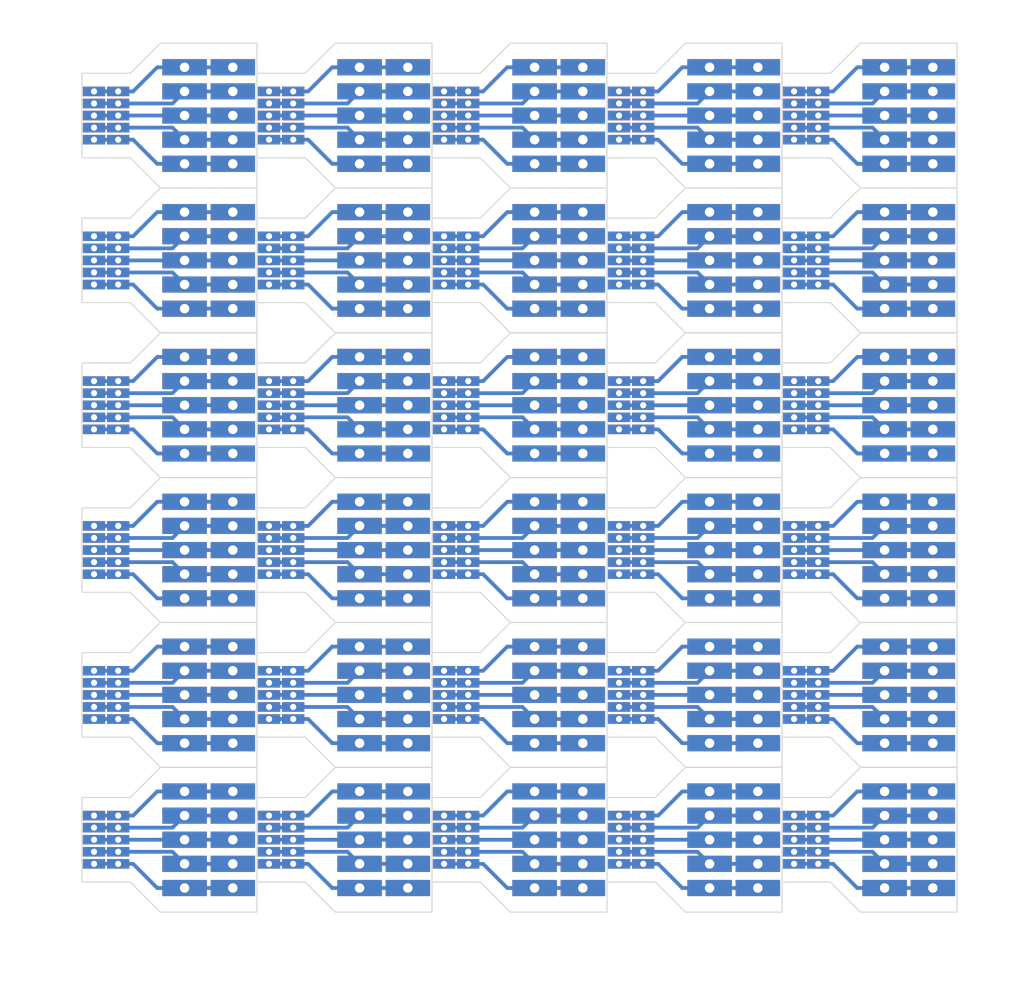
<source format=kicad_pcb>
(kicad_pcb (version 20221018) (generator pcbnew)
  (layers (0 "F.Cu" signal) (31 "B.Cu" signal) (34 "B.Paste" user) (35 "F.Paste" user) (36 "B.SilkS" user "B.Silkscreen") (37 "F.SilkS" user "F.Silkscreen") (38 "B.Mask" user) (39 "F.Mask" user) (44 "Edge.Cuts" user))
  (net 0 "")
  (net 1 "Net-(J1-Pin_1)")
  (net 2 "Net-(J1-Pin_2)")
  (net 3 "Net-(J1-Pin_3)")
  (net 4 "Net-(J1-Pin_4)")
  (net 5 "Net-(J1-Pin_5)")
  (footprint "Library:PinHeader_1x05_P1.27mm_Vertical_stretch" (layer "F.Cu") (at 133.985 106.68)
    (fp_text reference "J26" hide)
    (fp_text value "Conn_01x05")
  )
  (footprint "Library:PinHeader_1x05_P1.27mm_Vertical_stretch" (layer "F.Cu") (at 133.985 152.4)
    (fp_text reference "J86" hide)
    (fp_text value "Conn_01x05")
  )
  (footprint "Library:PinHeader_1x05_P1.27mm_Vertical_stretch" (layer "F.Cu") (at 186.69 167.64)
    (fp_text reference "J117" hide)
    (fp_text value "Conn_01x05")
  )
  (footprint "Library:PinHeader_1x05_P1.27mm_Vertical_stretch" (layer "F.Cu") (at 170.815 91.44)
    (fp_text reference "J14" hide)
    (fp_text value "Conn_01x05")
  )
  (footprint "Library:PinHeader_1x05_P1.27mm_Vertical_stretch" (layer "F.Cu") (at 115.57 137.16)
    (fp_text reference "J62" hide)
    (fp_text value "Conn_01x05")
  )
  (footprint "Library:PinHeader_1x05_P2.54mm_Vertical_stretch" (layer "F.Cu") (at 196.215 149.86)
    (fp_text reference "J99" hide)
    (fp_text value "Conn_01x05")
  )
  (footprint "Library:PinHeader_1x05_P2.54mm_Vertical_stretch" (layer "F.Cu") (at 164.465 165.1)
    (fp_text reference "J112" hide)
    (fp_text value "Conn_01x05")
  )
  (footprint "Library:PinHeader_1x05_P1.27mm_Vertical_stretch" (layer "F.Cu") (at 133.985 121.92)
    (fp_text reference "J46" hide)
    (fp_text value "Conn_01x05")
  )
  (footprint "Library:PinHeader_1x05_P2.54mm_Vertical_stretch" (layer "F.Cu") (at 164.465 119.38)
    (fp_text reference "J52" hide)
    (fp_text value "Conn_01x05")
  )
  (footprint "Library:PinHeader_1x05_P1.27mm_Vertical_stretch" (layer "F.Cu") (at 170.815 121.92)
    (fp_text reference "J54" hide)
    (fp_text value "Conn_01x05")
  )
  (footprint "Library:PinHeader_1x05_P1.27mm_Vertical_stretch" (layer "F.Cu") (at 168.275 152.4)
    (fp_text reference "J93" hide)
    (fp_text value "Conn_01x05")
  )
  (footprint "Library:PinHeader_1x05_P2.54mm_Vertical_stretch" (layer "F.Cu") (at 196.215 165.1)
    (fp_text reference "J119" hide)
    (fp_text value "Conn_01x05")
  )
  (footprint "Library:PinHeader_1x05_P2.54mm_Vertical_stretch" (layer "F.Cu") (at 146.05 165.1)
    (fp_text reference "J108" hide)
    (fp_text value "Conn_01x05")
  )
  (footprint "Library:PinHeader_1x05_P1.27mm_Vertical_stretch" (layer "F.Cu") (at 186.69 91.44)
    (fp_text reference "J17" hide)
    (fp_text value "Conn_01x05")
  )
  (footprint "Library:PinHeader_1x05_P2.54mm_Vertical_stretch" (layer "F.Cu") (at 127.635 134.62)
    (fp_text reference "J64" hide)
    (fp_text value "Conn_01x05")
  )
  (footprint "Library:PinHeader_1x05_P1.27mm_Vertical_stretch" (layer "F.Cu") (at 152.4 137.16)
    (fp_text reference "J70" hide)
    (fp_text value "Conn_01x05")
  )
  (footprint "Library:PinHeader_1x05_P2.54mm_Vertical_stretch" (layer "F.Cu") (at 140.97 104.14)
    (fp_text reference "J27" hide)
    (fp_text value "Conn_01x05")
  )
  (footprint "Library:PinHeader_1x05_P2.54mm_Vertical_stretch" (layer "F.Cu") (at 164.465 134.62)
    (fp_text reference "J72" hide)
    (fp_text value "Conn_01x05")
  )
  (footprint "Library:PinHeader_1x05_P1.27mm_Vertical_stretch" (layer "F.Cu") (at 131.445 91.44)
    (fp_text reference "J5" hide)
    (fp_text value "Conn_01x05")
  )
  (footprint "Library:PinHeader_1x05_P1.27mm_Vertical_stretch" (layer "F.Cu") (at 189.23 121.92)
    (fp_text reference "J58" hide)
    (fp_text value "Conn_01x05")
  )
  (footprint "Library:PinHeader_1x05_P2.54mm_Vertical_stretch" (layer "F.Cu") (at 159.385 134.62)
    (fp_text reference "J71" hide)
    (fp_text value "Conn_01x05")
  )
  (footprint "Library:PinHeader_1x05_P1.27mm_Vertical_stretch" (layer "F.Cu") (at 189.23 137.16)
    (fp_text reference "J78" hide)
    (fp_text value "Conn_01x05")
  )
  (footprint "Library:PinHeader_1x05_P1.27mm_Vertical_stretch" (layer "F.Cu") (at 152.4 167.64)
    (fp_text reference "J110" hide)
    (fp_text value "Conn_01x05")
  )
  (footprint "Library:PinHeader_1x05_P2.54mm_Vertical_stretch" (layer "F.Cu") (at 159.385 104.14)
    (fp_text reference "J31" hide)
    (fp_text value "Conn_01x05")
  )
  (footprint "Library:PinHeader_1x05_P2.54mm_Vertical_stretch" (layer "F.Cu") (at 146.05 104.14)
    (fp_text reference "J28" hide)
    (fp_text value "Conn_01x05")
  )
  (footprint "Library:PinHeader_1x05_P2.54mm_Vertical_stretch" (layer "F.Cu") (at 201.295 104.14)
    (fp_text reference "J40" hide)
    (fp_text value "Conn_01x05")
  )
  (footprint "Library:PinHeader_1x05_P2.54mm_Vertical_stretch" (layer "F.Cu") (at 201.295 119.38)
    (fp_text reference "J60" hide)
    (fp_text value "Conn_01x05")
  )
  (footprint "Library:PinHeader_1x05_P2.54mm_Vertical_stretch" (layer "F.Cu") (at 127.635 119.38)
    (fp_text reference "J44" hide)
    (fp_text value "Conn_01x05")
  )
  (footprint "Library:PinHeader_1x05_P2.54mm_Vertical_stretch" (layer "F.Cu") (at 122.555 149.86)
    (fp_text reference "J83" hide)
    (fp_text value "Conn_01x05")
  )
  (footprint "Library:PinHeader_1x05_P1.27mm_Vertical_stretch" (layer "F.Cu") (at 133.985 137.16)
    (fp_text reference "J66" hide)
    (fp_text value "Conn_01x05")
  )
  (footprint "Library:PinHeader_1x05_P2.54mm_Vertical_stretch" (layer "F.Cu") (at 122.555 134.62)
    (fp_text reference "J63" hide)
    (fp_text value "Conn_01x05")
  )
  (footprint "Library:PinHeader_1x05_P1.27mm_Vertical_stretch" (layer "F.Cu") (at 152.4 152.4)
    (fp_text reference "J90" hide)
    (fp_text value "Conn_01x05")
  )
  (footprint "Library:PinHeader_1x05_P1.27mm_Vertical_stretch" (layer "F.Cu") (at 168.275 137.16)
    (fp_text reference "J73" hide)
    (fp_text value "Conn_01x05")
  )
  (footprint "Library:PinHeader_1x05_P1.27mm_Vertical_stretch" (layer "F.Cu") (at 152.4 91.44)
    (fp_text reference "J10" hide)
    (fp_text value "Conn_01x05")
  )
  (footprint "Library:PinHeader_1x05_P2.54mm_Vertical_stretch" (layer "F.Cu") (at 201.295 88.9)
    (fp_text reference "J20" hide)
    (fp_text value "Conn_01x05")
  )
  (footprint "Library:PinHeader_1x05_P1.27mm_Vertical_stretch" (layer "F.Cu") (at 170.815 106.68)
    (fp_text reference "J34" hide)
    (fp_text value "Conn_01x05")
  )
  (footprint "Library:PinHeader_1x05_P2.54mm_Vertical_stretch" (layer "F.Cu") (at 182.88 165.1)
    (fp_text reference "J116" hide)
    (fp_text value "Conn_01x05")
  )
  (footprint "Library:PinHeader_1x05_P2.54mm_Vertical_stretch" (layer "F.Cu") (at 201.295 149.86)
    (fp_text reference "J100" hide)
    (fp_text value "Conn_01x05")
  )
  (footprint "Library:PinHeader_1x05_P2.54mm_Vertical_stretch" (layer "F.Cu") (at 164.465 88.9)
    (fp_text reference "J12" hide)
    (fp_text value "Conn_01x05")
  )
  (footprint "Library:PinHeader_1x05_P1.27mm_Vertical_stretch" (layer "F.Cu") (at 115.57 167.64)
    (fp_text reference "J102" hide)
    (fp_text value "Conn_01x05")
  )
  (footprint "Library:PinHeader_1x05_P2.54mm_Vertical_stretch" (layer "F.Cu") (at 201.295 134.62)
    (fp_text reference "J80" hide)
    (fp_text value "Conn_01x05")
  )
  (footprint "Library:PinHeader_1x05_P2.54mm_Vertical_stretch" (layer "F.Cu") (at 177.8 119.38)
    (fp_text reference "J55" hide)
    (fp_text value "Conn_01x05")
  )
  (footprint "Library:PinHeader_1x05_P1.27mm_Vertical_stretch" (layer "F.Cu") (at 189.23 91.44)
    (fp_text reference "J18" hide)
    (fp_text value "Conn_01x05")
  )
  (footprint "Library:PinHeader_1x05_P1.27mm_Vertical_stretch" (layer "F.Cu") (at 168.275 167.64)
    (fp_text reference "J113" hide)
    (fp_text value "Conn_01x05")
  )
  (footprint "Library:PinHeader_1x05_P2.54mm_Vertical_stretch" (layer "F.Cu") (at 177.8 149.86)
    (fp_text reference "J95" hide)
    (fp_text value "Conn_01x05")
  )
  (footprint "Library:PinHeader_1x05_P1.27mm_Vertical_stretch" (layer "F.Cu") (at 168.275 121.92)
    (fp_text reference "J53" hide)
    (fp_text value "Conn_01x05")
  )
  (footprint "Library:PinHeader_1x05_P2.54mm_Vertical_stretch" (layer "F.Cu") (at 122.555 165.1)
    (fp_text reference "J103" hide)
    (fp_text value "Conn_01x05")
  )
  (footprint "Library:PinHeader_1x05_P2.54mm_Vertical_stretch" (layer "F.Cu") (at 146.05 134.62)
    (fp_text reference "J68" hide)
    (fp_text value "Conn_01x05")
  )
  (footprint "Library:PinHeader_1x05_P1.27mm_Vertical_stretch" (layer "F.Cu") (at 149.86 137.16)
    (fp_text reference "J69" hide)
    (fp_text value "Conn_01x05")
  )
  (footprint "Library:PinHeader_1x05_P2.54mm_Vertical_stretch" (layer "F.Cu") (at 122.555 88.9)
    (fp_text reference "J3" hide)
    (fp_text value "Conn_01x05")
  )
  (footprint "Library:PinHeader_1x05_P2.54mm_Vertical_stretch" (layer "F.Cu") (at 159.385 88.9)
    (fp_text reference "J11" hide)
    (fp_text value "Conn_01x05")
  )
  (footprint "Library:PinHeader_1x05_P1.27mm_Vertical_stretch" (layer "F.Cu") (at 170.815 167.64)
    (fp_text reference "J114" hide)
    (fp_text value "Conn_01x05")
  )
  (footprint "Library:PinHeader_1x05_P1.27mm_Vertical_stretch" (layer "F.Cu") (at 113.03 137.16)
    (fp_text reference "J61" hide)
    (fp_text value "Conn_01x05")
  )
  (footprint "Library:PinHeader_1x05_P1.27mm_Vertical_stretch" (layer "F.Cu") (at 131.445 121.92)
    (fp_text reference "J45" hide)
    (fp_text value "Conn_01x05")
  )
  (footprint "Library:PinHeader_1x05_P1.27mm_Vertical_stretch" (layer "F.Cu") (at 115.57 91.44)
    (fp_text reference "J2" hide)
    (fp_text value "Conn_01x05")
  )
  (footprint "Library:PinHeader_1x05_P1.27mm_Vertical_stretch" (layer "F.Cu") (at 131.445 152.4)
    (fp_text reference "J85" hide)
    (fp_text value "Conn_01x05")
  )
  (footprint "Library:PinHeader_1x05_P2.54mm_Vertical_stretch" (layer "F.Cu") (at 196.215 119.38)
    (fp_text reference "J59" hide)
    (fp_text value "Conn_01x05")
  )
  (footprint "Library:PinHeader_1x05_P1.27mm_Vertical_stretch" (layer "F.Cu") (at 152.4 106.68)
    (fp_text reference "J30" hide)
    (fp_text value "Conn_01x05")
  )
  (footprint "Library:PinHeader_1x05_P1.27mm_Vertical_stretch" (layer "F.Cu") (at 149.86 91.44)
    (fp_text reference "J9" hide)
    (fp_text value "Conn_01x05")
  )
  (footprint "Library:PinHeader_1x05_P2.54mm_Vertical_stretch" (layer "F.Cu") (at 127.635 104.14)
    (fp_text reference "J24" hide)
    (fp_text value "Conn_01x05")
  )
  (footprint "Library:PinHeader_1x05_P2.54mm_Vertical_stretch" (layer "F.Cu") (at 140.97 134.62)
    (fp_text reference "J67" hide)
    (fp_text value "Conn_01x05")
  )
  (footprint "Library:PinHeader_1x05_P1.27mm_Vertical_stretch" (layer "F.Cu") (at 131.445 137.16)
    (fp_text reference "J65" hide)
    (fp_text value "Conn_01x05")
  )
  (footprint "Library:PinHeader_1x05_P1.27mm_Vertical_stretch" (layer "F.Cu") (at 149.86 167.64)
    (fp_text reference "J109" hide)
    (fp_text value "Conn_01x05")
  )
  (footprint "Library:PinHeader_1x05_P2.54mm_Vertical_stretch" (layer "F.Cu") (at 201.295 165.1)
    (fp_text reference "J120" hide)
    (fp_text value "Conn_01x05")
  )
  (footprint "Library:PinHeader_1x05_P2.54mm_Vertical_stretch" (layer "F.Cu") (at 177.8 104.14)
    (fp_text reference "J35" hide)
    (fp_text value "Conn_01x05")
  )
  (footprint "Library:PinHeader_1x05_P2.54mm_Vertical_stretch" (layer "F.Cu") (at 122.555 104.14)
    (fp_text reference "J23" hide)
    (fp_text value "Conn_01x05")
  )
  (footprint "Library:PinHeader_1x05_P1.27mm_Vertical_stretch" (layer "F.Cu") (at 149.86 106.68)
    (fp_text reference "J29" hide)
    (fp_text value "Conn_01x05")
  )
  (footprint "Library:PinHeader_1x05_P2.54mm_Vertical_stretch" (layer "F.Cu") (at 127.635 88.9)
    (fp_text reference "J4" hide)
    (fp_text value "Conn_01x05")
  )
  (footprint "Library:PinHeader_1x05_P1.27mm_Vertical_stretch" (layer "F.Cu") (at 189.23 106.68)
    (fp_text reference "J38" hide)
    (fp_text value "Conn_01x05")
  )
  (footprint "Library:PinHeader_1x05_P1.27mm_Vertical_stretch" (layer "F.Cu") (at 115.57 106.68)
    (fp_text reference "J22" hide)
    (fp_text value "Conn_01x05")
  )
  (footprint "Library:PinHeader_1x05_P2.54mm_Vertical_stretch" (layer "F.Cu") (at 140.97 88.9)
    (fp_text reference "J7" hide)
    (fp_text value "Conn_01x05")
  )
  (footprint "Library:PinHeader_1x05_P1.27mm_Vertical_stretch" (layer "F.Cu") (at 149.86 152.4)
    (fp_text reference "J89" hide)
    (fp_text value "Conn_01x05")
  )
  (footprint "Library:PinHeader_1x05_P2.54mm_Vertical_stretch" (layer "F.Cu") (at 177.8 88.9)
    (fp_text reference "J15" hide)
    (fp_text value "Conn_01x05")
  )
  (footprint "Library:PinHeader_1x05_P1.27mm_Vertical_stretch" (layer "F.Cu") (at 170.815 152.4)
    (fp_text reference "J94" hide)
    (fp_text value "Conn_01x05")
  )
  (footprint "Library:PinHeader_1x05_P2.54mm_Vertical_stretch" (layer "F.Cu") (at 146.05 119.38)
    (fp_text reference "J48" hide)
    (fp_text value "Conn_01x05")
  )
  (footprint "Library:PinHeader_1x05_P2.54mm_Vertical_stretch" (layer "F.Cu") (at 159.385 119.38)
    (fp_text reference "J51" hide)
    (fp_text value "Conn_01x05")
  )
  (footprint "Library:PinHeader_1x05_P1.27mm_Vertical_stretch" (layer "F.Cu") (at 131.445 106.68)
    (fp_text reference "J25" hide)
    (fp_text value "Conn_01x05")
  )
  (footprint "Library:PinHeader_1x05_P1.27mm_Vertical_stretch" (layer "F.Cu") (at 115.57 121.92)
    (fp_text reference "J42" hide)
    (fp_text value "Conn_01x05")
  )
  (footprint "Library:PinHeader_1x05_P2.54mm_Vertical_stretch" (layer "F.Cu") (at 182.88 88.9)
    (fp_text reference "J16" hide)
    (fp_text value "Conn_01x05")
  )
  (footprint "Library:PinHeader_1x05_P1.27mm_Vertical_stretch" (layer "F.Cu") (at 131.445 167.64)
    (fp_text reference "J105" hide)
    (fp_text value "Conn_01x05")
  )
  (footprint "Library:PinHeader_1x05_P1.27mm_Vertical_stretch" (layer "F.Cu") (at 133.985 91.44)
    (fp_text reference "J6" hide)
    (fp_text value "Conn_01x05")
  )
  (footprint "Library:PinHeader_1x05_P1.27mm_Vertical_stretch" (layer "F.Cu") (at 149.86 121.92)
    (fp_text reference "J49" hide)
    (fp_text value "Conn_01x05")
  )
  (footprint "Library:PinHeader_1x05_P1.27mm_Vertical_stretch" (layer "F.Cu") (at 186.69 137.16)
    (fp_text reference "J77" hide)
    (fp_text value "Conn_01x05")
  )
  (footprint "Library:PinHeader_1x05_P2.54mm_Vertical_stretch" (layer "F.Cu") (at 196.215 104.14)
    (fp_text reference "J39" hide)
    (fp_text value "Conn_01x05")
  )
  (footprint "Library:PinHeader_1x05_P1.27mm_Vertical_stretch" (layer "F.Cu") (at 113.03 91.44)
    (fp_text reference "J1" hide)
    (fp_text value "Conn_01x05")
  )
  (footprint "Library:PinHeader_1x05_P1.27mm_Vertical_stretch" (layer "F.Cu") (at 113.03 152.4)
    (fp_text reference "J81" hide)
    (fp_text value "Conn_01x05")
  )
  (footprint "Library:PinHeader_1x05_P1.27mm_Vertical_stretch" (layer "F.Cu") (at 113.03 106.68)
    (fp_text reference "J21" hide)
    (fp_text value "Conn_01x05")
  )
  (footprint "Library:PinHeader_1x05_P2.54mm_Vertical_stretch" (layer "F.Cu") (at 182.88 149.86)
    (fp_text reference "J96" hide)
    (fp_text value "Conn_01x05")
  )
  (footprint "Library:PinHeader_1x05_P1.27mm_Vertical_stretch" (layer "F.Cu") (at 186.69 152.4)
    (fp_text reference "J97" hide)
    (fp_text value "Conn_01x05")
  )
  (footprint "Library:PinHeader_1x05_P1.27mm_Vertical_stretch" (layer "F.Cu") (at 186.69 106.68)
    (fp_text reference "J37" hide)
    (fp_text value "Conn_01x05")
  )
  (footprint "Library:PinHeader_1x05_P1.27mm_Vertical_stretch" (layer "F.Cu") (at 113.03 167.64)
    (fp_text reference "J101" hide)
    (fp_text value "Conn_01x05")
  )
  (footprint "Library:PinHeader_1x05_P2.54mm_Vertical_stretch" (layer "F.Cu") (at 196.215 134.62)
    (fp_text reference "J79" hide)
    (fp_text value "Conn_01x05")
  )
  (footprint "Library:PinHeader_1x05_P1.27mm_Vertical_stretch" (layer "F.Cu") (at 186.69 121.92)
    (fp_text reference "J57" hide)
    (fp_text value "Conn_01x05")
  )
  (footprint "Library:PinHeader_1x05_P2.54mm_Vertical_stretch" (layer "F.Cu") (at 146.05 149.86)
    (fp_text reference "J88" hide)
    (fp_text value "Conn_01x05")
  )
  (footprint "Library:PinHeader_1x05_P1.27mm_Vertical_stretch" (layer "F.Cu") (at 189.23 167.64)
    (fp_text reference "J118" hide)
    (fp_text value "Conn_01x05")
  )
  (footprint "Library:PinHeader_1x05_P2.54mm_Vertical_stretch" (layer "F.Cu") (at 177.8 134.62)
    (fp_text reference "J75" hide)
    (fp_text value "Conn_01x05")
  )
  (footprint "Library:PinHeader_1x05_P1.27mm_Vertical_stretch" (layer "F.Cu") (at 113.03 121.92)
    (fp_text reference "J41" hide)
    (fp_text value "Conn_01x05")
  )
  (footprint "Library:PinHeader_1x05_P2.54mm_Vertical_stretch" (layer "F.Cu") (at 182.88 104.14)
    (fp_text reference "J36" hide)
    (fp_text value "Conn_01x05")
  )
  (footprint "Library:PinHeader_1x05_P2.54mm_Vertical_stretch" (layer "F.Cu") (at 196.215 88.9)
    (fp_text reference "J19" hide)
    (fp_text value "Conn_01x05")
  )
  (footprint "Library:PinHeader_1x05_P1.27mm_Vertical_stretch" (layer "F.Cu") (at 168.275 91.44)
    (fp_text reference "J13" hide)
    (fp_text value "Conn_01x05")
  )
  (footprint "Library:PinHeader_1x05_P2.54mm_Vertical_stretch" (layer "F.Cu") (at 122.555 119.38)
    (fp_text reference "J43" hide)
    (fp_text value "Conn_01x05")
  )
  (footprint "Library:PinHeader_1x05_P2.54mm_Vertical_stretch" (layer "F.Cu") (at 182.88 119.38)
    (fp_text reference "J56" hide)
    (fp_text value "Conn_01x05")
  )
  (footprint "Library:PinHeader_1x05_P2.54mm_Vertical_stretch" (layer "F.Cu") (at 140.97 119.38)
    (fp_text reference "J47" hide)
    (fp_text value "Conn_01x05")
  )
  (footprint "Library:PinHeader_1x05_P2.54mm_Vertical_stretch" (layer "F.Cu") (at 159.385 165.1)
    (fp_text reference "J111" hide)
    (fp_text value "Conn_01x05")
  )
  (footprint "Library:PinHeader_1x05_P1.27mm_Vertical_stretch" (layer "F.Cu") (at 133.985 167.64)
    (fp_text reference "J106" hide)
    (fp_text value "Conn_01x05")
  )
  (footprint "Library:PinHeader_1x05_P2.54mm_Vertical_stretch" (layer "F.Cu") (at 159.385 149.86)
    (fp_text reference "J91" hide)
    (fp_text value "Conn_01x05")
  )
  (footprint "Library:PinHeader_1x05_P2.54mm_Vertical_stretch" (layer "F.Cu") (at 146.05 88.9)
    (fp_text reference "J8" hide)
    (fp_text value "Conn_01x05")
  )
  (footprint "Library:PinHeader_1x05_P1.27mm_Vertical_stretch" (layer "F.Cu") (at 115.57 152.4)
    (fp_text reference "J82" hide)
    (fp_text value "Conn_01x05")
  )
  (footprint "Library:PinHeader_1x05_P2.54mm_Vertical_stretch" (layer "F.Cu") (at 182.88 134.62)
    (fp_text reference "J76" hide)
    (fp_text value "Conn_01x05")
  )
  (footprint "Library:PinHeader_1x05_P1.27mm_Vertical_stretch" (layer "F.Cu") (at 152.4 121.92)
    (fp_text reference "J50" hide)
    (fp_text value "Conn_01x05")
  )
  (footprint "Library:PinHeader_1x05_P2.54mm_Vertical_stretch" (layer "F.Cu") (at 140.97 149.86)
    (fp_text reference "J87" hide)
    (fp_text value "Conn_01x05")
  )
  (footprint "Library:PinHeader_1x05_P2.54mm_Vertical_stretch" (layer "F.Cu") (at 140.97 165.1)
    (fp_text reference "J107" hide)
    (fp_text value "Conn_01x05")
  )
  (footprint "Library:PinHeader_1x05_P1.27mm_Vertical_stretch" (layer "F.Cu") (at 168.275 106.68)
    (fp_text reference "J33" hide)
    (fp_text value "Conn_01x05")
  )
  (footprint "Library:PinHeader_1x05_P2.54mm_Vertical_stretch" (layer "F.Cu") (at 127.635 165.1)
    (fp_text reference "J104" hide)
    (fp_text value "Conn_01x05")
  )
  (footprint "Library:PinHeader_1x05_P2.54mm_Vertical_stretch" (layer "F.Cu") (at 164.465 149.86)
    (fp_text reference "J92" hide)
    (fp_text value "Conn_01x05")
  )
  (footprint "Library:PinHeader_1x05_P1.27mm_Vertical_stretch" (layer "F.Cu") (at 170.815 137.16)
    (fp_text reference "J74" hide)
    (fp_text value "Conn_01x05")
  )
  (footprint "Library:PinHeader_1x05_P2.54mm_Vertical_stretch" (layer "F.Cu") (at 164.465 104.14)
    (fp_text reference "J32" hide)
    (fp_text value "Conn_01x05")
  )
  (footprint "Library:PinHeader_1x05_P1.27mm_Vertical_stretch" (layer "F.Cu") (at 189.23 152.4)
    (fp_text reference "J98" hide)
    (fp_text value "Conn_01x05")
  )
  (footprint "Library:PinHeader_1x05_P2.54mm_Vertical_stretch" (layer "F.Cu") (at 177.8 165.1)
    (fp_text reference "J115" hide)
    (fp_text value "Conn_01x05")
  )
  (footprint "Library:PinHeader_1x05_P2.54mm_Vertical_stretch" (layer "F.Cu") (at 127.635 149.86)
    (fp_text reference "J84" hide)
    (fp_text value "Conn_01x05")
  )
  (gr_line (start 111.76 89.535) (end 111.76 98.425) (stroke (width 0.1)) (layer "Edge.Cuts"))
  (gr_line (start 148.59 101.6) (end 138.43 101.6) (stroke (width 0.1)) (layer "Edge.Cuts"))
  (gr_line (start 156.845 177.8) (end 153.67 174.625) (stroke (width 0.1)) (layer "Edge.Cuts"))
  (gr_line (start 148.59 113.665) (end 153.67 113.665) (stroke (width 0.1)) (layer "Edge.Cuts"))
  (gr_line (start 185.42 162.56) (end 185.42 177.8) (stroke (width 0.1)) (layer "Edge.Cuts"))
  (gr_line (start 203.835 132.08) (end 193.675 132.08) (stroke (width 0.1)) (layer "Edge.Cuts"))
  (gr_line (start 185.42 120.015) (end 185.42 128.905) (stroke (width 0.1)) (layer "Edge.Cuts"))
  (gr_line (start 135.255 135.255) (end 130.175 135.255) (stroke (width 0.1)) (layer "Edge.Cuts"))
  (gr_line (start 167.005 159.385) (end 172.085 159.385) (stroke (width 0.1)) (layer "Edge.Cuts"))
  (gr_line (start 135.255 150.495) (end 130.175 150.495) (stroke (width 0.1)) (layer "Edge.Cuts"))
  (gr_line (start 130.175 165.735) (end 130.175 174.625) (stroke (width 0.1)) (layer "Edge.Cuts"))
  (gr_line (start 193.675 101.6) (end 190.5 98.425) (stroke (width 0.1)) (layer "Edge.Cuts"))
  (gr_line (start 120.015 86.36) (end 116.84 89.535) (stroke (width 0.1)) (layer "Edge.Cuts"))
  (gr_line (start 185.42 89.535) (end 185.42 98.425) (stroke (width 0.1)) (layer "Edge.Cuts"))
  (gr_line (start 203.835 101.6) (end 193.675 101.6) (stroke (width 0.1)) (layer "Edge.Cuts"))
  (gr_line (start 130.175 113.665) (end 135.255 113.665) (stroke (width 0.1)) (layer "Edge.Cuts"))
  (gr_line (start 167.005 150.495) (end 167.005 159.385) (stroke (width 0.1)) (layer "Edge.Cuts"))
  (gr_line (start 175.26 101.6) (end 172.085 104.775) (stroke (width 0.1)) (layer "Edge.Cuts"))
  (gr_line (start 185.42 116.84) (end 175.26 116.84) (stroke (width 0.1)) (layer "Edge.Cuts"))
  (gr_line (start 130.175 147.32) (end 120.015 147.32) (stroke (width 0.1)) (layer "Edge.Cuts"))
  (gr_line (start 156.845 86.36) (end 167.005 86.36) (stroke (width 0.1)) (layer "Edge.Cuts"))
  (gr_line (start 156.845 86.36) (end 153.67 89.535) (stroke (width 0.1)) (layer "Edge.Cuts"))
  (gr_line (start 130.175 104.775) (end 130.175 113.665) (stroke (width 0.1)) (layer "Edge.Cuts"))
  (gr_line (start 185.42 132.08) (end 175.26 132.08) (stroke (width 0.1)) (layer "Edge.Cuts"))
  (gr_line (start 156.845 116.84) (end 153.67 120.015) (stroke (width 0.1)) (layer "Edge.Cuts"))
  (gr_line (start 135.255 165.735) (end 130.175 165.735) (stroke (width 0.1)) (layer "Edge.Cuts"))
  (gr_line (start 175.26 132.08) (end 185.42 132.08) (stroke (width 0.1)) (layer "Edge.Cuts"))
  (gr_line (start 111.76 104.775) (end 111.76 113.665) (stroke (width 0.1)) (layer "Edge.Cuts"))
  (gr_line (start 120.015 132.08) (end 116.84 135.255) (stroke (width 0.1)) (layer "Edge.Cuts"))
  (gr_line (start 185.42 101.6) (end 185.42 116.84) (stroke (width 0.1)) (layer "Edge.Cuts"))
  (gr_line (start 185.42 113.665) (end 190.5 113.665) (stroke (width 0.1)) (layer "Edge.Cuts"))
  (gr_line (start 120.015 101.6) (end 116.84 104.775) (stroke (width 0.1)) (layer "Edge.Cuts"))
  (gr_line (start 203.835 116.84) (end 193.675 116.84) (stroke (width 0.1)) (layer "Edge.Cuts"))
  (gr_line (start 148.59 159.385) (end 153.67 159.385) (stroke (width 0.1)) (layer "Edge.Cuts"))
  (gr_line (start 167.005 132.08) (end 156.845 132.08) (stroke (width 0.1)) (layer "Edge.Cuts"))
  (gr_line (start 148.59 147.32) (end 138.43 147.32) (stroke (width 0.1)) (layer "Edge.Cuts"))
  (gr_line (start 156.845 147.32) (end 153.67 144.145) (stroke (width 0.1)) (layer "Edge.Cuts"))
  (gr_line (start 111.76 165.735) (end 111.76 174.625) (stroke (width 0.1)) (layer "Edge.Cuts"))
  (gr_line (start 167.005 147.32) (end 156.845 147.32) (stroke (width 0.1)) (layer "Edge.Cuts"))
  (gr_line (start 167.005 174.625) (end 172.085 174.625) (stroke (width 0.1)) (layer "Edge.Cuts"))
  (gr_line (start 148.59 116.84) (end 138.43 116.84) (stroke (width 0.1)) (layer "Edge.Cuts"))
  (gr_line (start 111.76 174.625) (end 116.84 174.625) (stroke (width 0.1)) (layer "Edge.Cuts"))
  (gr_line (start 120.015 116.84) (end 116.84 113.665) (stroke (width 0.1)) (layer "Edge.Cuts"))
  (gr_line (start 185.42 128.905) (end 190.5 128.905) (stroke (width 0.1)) (layer "Edge.Cuts"))
  (gr_line (start 167.005 104.775) (end 167.005 113.665) (stroke (width 0.1)) (layer "Edge.Cuts"))
  (gr_line (start 138.43 86.36) (end 148.59 86.36) (stroke (width 0.1)) (layer "Edge.Cuts"))
  (gr_line (start 148.59 162.56) (end 148.59 177.8) (stroke (width 0.1)) (layer "Edge.Cuts"))
  (gr_line (start 172.085 150.495) (end 167.005 150.495) (stroke (width 0.1)) (layer "Edge.Cuts"))
  (gr_line (start 156.845 162.56) (end 153.67 159.385) (stroke (width 0.1)) (layer "Edge.Cuts"))
  (gr_line (start 175.26 132.08) (end 172.085 128.905) (stroke (width 0.1)) (layer "Edge.Cuts"))
  (gr_line (start 190.5 120.015) (end 185.42 120.015) (stroke (width 0.1)) (layer "Edge.Cuts"))
  (gr_line (start 111.76 98.425) (end 116.84 98.425) (stroke (width 0.1)) (layer "Edge.Cuts"))
  (gr_line (start 138.43 101.6) (end 148.59 101.6) (stroke (width 0.1)) (layer "Edge.Cuts"))
  (gr_line (start 138.43 86.36) (end 135.255 89.535) (stroke (width 0.1)) (layer "Edge.Cuts"))
  (gr_line (start 175.26 177.8) (end 172.085 174.625) (stroke (width 0.1)) (layer "Edge.Cuts"))
  (gr_line (start 111.76 113.665) (end 116.84 113.665) (stroke (width 0.1)) (layer "Edge.Cuts"))
  (gr_line (start 130.175 162.56) (end 120.015 162.56) (stroke (width 0.1)) (layer "Edge.Cuts"))
  (gr_line (start 172.085 104.775) (end 167.005 104.775) (stroke (width 0.1)) (layer "Edge.Cuts"))
  (gr_line (start 120.015 147.32) (end 116.84 144.145) (stroke (width 0.1)) (layer "Edge.Cuts"))
  (gr_line (start 185.42 159.385) (end 190.5 159.385) (stroke (width 0.1)) (layer "Edge.Cuts"))
  (gr_line (start 193.675 147.32) (end 203.835 147.32) (stroke (width 0.1)) (layer "Edge.Cuts"))
  (gr_line (start 193.675 116.84) (end 190.5 113.665) (stroke (width 0.1)) (layer "Edge.Cuts"))
  (gr_line (start 156.845 132.08) (end 167.005 132.08) (stroke (width 0.1)) (layer "Edge.Cuts"))
  (gr_line (start 153.67 104.775) (end 148.59 104.775) (stroke (width 0.1)) (layer "Edge.Cuts"))
  (gr_line (start 148.59 150.495) (end 148.59 159.385) (stroke (width 0.1)) (layer "Edge.Cuts"))
  (gr_line (start 156.845 132.08) (end 153.67 135.255) (stroke (width 0.1)) (layer "Edge.Cuts"))
  (gr_line (start 156.845 162.56) (end 167.005 162.56) (stroke (width 0.1)) (layer "Edge.Cuts"))
  (gr_line (start 156.845 101.6) (end 153.67 104.775) (stroke (width 0.1)) (layer "Edge.Cuts"))
  (gr_line (start 203.835 132.08) (end 203.835 147.32) (stroke (width 0.1)) (layer "Edge.Cuts"))
  (gr_line (start 138.43 101.6) (end 135.255 104.775) (stroke (width 0.1)) (layer "Edge.Cuts"))
  (gr_line (start 203.835 177.8) (end 193.675 177.8) (stroke (width 0.1)) (layer "Edge.Cuts"))
  (gr_line (start 175.26 116.84) (end 172.085 113.665) (stroke (width 0.1)) (layer "Edge.Cuts"))
  (gr_line (start 203.835 147.32) (end 203.835 162.56) (stroke (width 0.1)) (layer "Edge.Cuts"))
  (gr_line (start 120.015 177.8) (end 116.84 174.625) (stroke (width 0.1)) (layer "Edge.Cuts"))
  (gr_line (start 138.43 177.8) (end 135.255 174.625) (stroke (width 0.1)) (layer "Edge.Cuts"))
  (gr_line (start 111.76 150.495) (end 111.76 159.385) (stroke (width 0.1)) (layer "Edge.Cuts"))
  (gr_line (start 175.26 132.08) (end 172.085 135.255) (stroke (width 0.1)) (layer "Edge.Cuts"))
  (gr_line (start 185.42 147.32) (end 175.26 147.32) (stroke (width 0.1)) (layer "Edge.Cuts"))
  (gr_line (start 175.26 86.36) (end 185.42 86.36) (stroke (width 0.1)) (layer "Edge.Cuts"))
  (gr_line (start 130.175 150.495) (end 130.175 159.385) (stroke (width 0.1)) (layer "Edge.Cuts"))
  (gr_line (start 167.005 116.84) (end 167.005 132.08) (stroke (width 0.1)) (layer "Edge.Cuts"))
  (gr_line (start 148.59 128.905) (end 153.67 128.905) (stroke (width 0.1)) (layer "Edge.Cuts"))
  (gr_line (start 120.015 147.32) (end 130.175 147.32) (stroke (width 0.1)) (layer "Edge.Cuts"))
  (gr_line (start 193.675 86.36) (end 190.5 89.535) (stroke (width 0.1)) (layer "Edge.Cuts"))
  (gr_line (start 153.67 120.015) (end 148.59 120.015) (stroke (width 0.1)) (layer "Edge.Cuts"))
  (gr_line (start 185.42 132.08) (end 185.42 147.32) (stroke (width 0.1)) (layer "Edge.Cuts"))
  (gr_line (start 185.42 104.775) (end 185.42 113.665) (stroke (width 0.1)) (layer "Edge.Cuts"))
  (gr_line (start 167.005 162.56) (end 167.005 177.8) (stroke (width 0.1)) (layer "Edge.Cuts"))
  (gr_line (start 190.5 150.495) (end 185.42 150.495) (stroke (width 0.1)) (layer "Edge.Cuts"))
  (gr_line (start 203.835 162.56) (end 203.835 177.8) (stroke (width 0.1)) (layer "Edge.Cuts"))
  (gr_line (start 138.43 147.32) (end 135.255 144.145) (stroke (width 0.1)) (layer "Edge.Cuts"))
  (gr_line (start 185.42 165.735) (end 185.42 174.625) (stroke (width 0.1)) (layer "Edge.Cuts"))
  (gr_line (start 116.84 135.255) (end 111.76 135.255) (stroke (width 0.1)) (layer "Edge.Cuts"))
  (gr_line (start 153.67 89.535) (end 148.59 89.535) (stroke (width 0.1)) (layer "Edge.Cuts"))
  (gr_line (start 193.675 132.08) (end 190.5 128.905) (stroke (width 0.1)) (layer "Edge.Cuts"))
  (gr_line (start 148.59 177.8) (end 138.43 177.8) (stroke (width 0.1)) (layer "Edge.Cuts"))
  (gr_line (start 175.26 147.32) (end 172.085 150.495) (stroke (width 0.1)) (layer "Edge.Cuts"))
  (gr_line (start 193.675 132.08) (end 203.835 132.08) (stroke (width 0.1)) (layer "Edge.Cuts"))
  (gr_line (start 190.5 165.735) (end 185.42 165.735) (stroke (width 0.1)) (layer "Edge.Cuts"))
  (gr_line (start 130.175 101.6) (end 120.015 101.6) (stroke (width 0.1)) (layer "Edge.Cuts"))
  (gr_line (start 203.835 86.36) (end 203.835 101.6) (stroke (width 0.1)) (layer "Edge.Cuts"))
  (gr_line (start 185.42 116.84) (end 185.42 132.08) (stroke (width 0.1)) (layer "Edge.Cuts"))
  (gr_line (start 156.845 116.84) (end 167.005 116.84) (stroke (width 0.1)) (layer "Edge.Cuts"))
  (gr_line (start 148.59 116.84) (end 148.59 132.08) (stroke (width 0.1)) (layer "Edge.Cuts"))
  (gr_line (start 156.845 147.32) (end 167.005 147.32) (stroke (width 0.1)) (layer "Edge.Cuts"))
  (gr_line (start 193.675 101.6) (end 190.5 104.775) (stroke (width 0.1)) (layer "Edge.Cuts"))
  (gr_line (start 167.005 98.425) (end 172.085 98.425) (stroke (width 0.1)) (layer "Edge.Cuts"))
  (gr_line (start 130.175 177.8) (end 120.015 177.8) (stroke (width 0.1)) (layer "Edge.Cuts"))
  (gr_line (start 135.255 104.775) (end 130.175 104.775) (stroke (width 0.1)) (layer "Edge.Cuts"))
  (gr_line (start 116.84 165.735) (end 111.76 165.735) (stroke (width 0.1)) (layer "Edge.Cuts"))
  (gr_line (start 135.255 89.535) (end 130.175 89.535) (stroke (width 0.1)) (layer "Edge.Cuts"))
  (gr_line (start 148.59 86.36) (end 148.59 101.6) (stroke (width 0.1)) (layer "Edge.Cuts"))
  (gr_line (start 138.43 147.32) (end 135.255 150.495) (stroke (width 0.1)) (layer "Edge.Cuts"))
  (gr_line (start 130.175 135.255) (end 130.175 144.145) (stroke (width 0.1)) (layer "Edge.Cuts"))
  (gr_line (start 130.175 89.535) (end 130.175 98.425) (stroke (width 0.1)) (layer "Edge.Cuts"))
  (gr_line (start 148.59 162.56) (end 138.43 162.56) (stroke (width 0.1)) (layer "Edge.Cuts"))
  (gr_line (start 175.26 116.84) (end 185.42 116.84) (stroke (width 0.1)) (layer "Edge.Cuts"))
  (gr_line (start 148.59 89.535) (end 148.59 98.425) (stroke (width 0.1)) (layer "Edge.Cuts"))
  (gr_line (start 130.175 144.145) (end 135.255 144.145) (stroke (width 0.1)) (layer "Edge.Cuts"))
  (gr_line (start 172.085 165.735) (end 167.005 165.735) (stroke (width 0.1)) (layer "Edge.Cuts"))
  (gr_line (start 193.675 86.36) (end 203.835 86.36) (stroke (width 0.1)) (layer "Edge.Cuts"))
  (gr_line (start 130.175 174.625) (end 135.255 174.625) (stroke (width 0.1)) (layer "Edge.Cuts"))
  (gr_line (start 120.015 132.08) (end 130.175 132.08) (stroke (width 0.1)) (layer "Edge.Cuts"))
  (gr_line (start 203.835 101.6) (end 203.835 116.84) (stroke (width 0.1)) (layer "Edge.Cuts"))
  (gr_line (start 167.005 144.145) (end 172.085 144.145) (stroke (width 0.1)) (layer "Edge.Cuts"))
  (gr_line (start 175.26 162.56) (end 172.085 159.385) (stroke (width 0.1)) (layer "Edge.Cuts"))
  (gr_line (start 175.26 101.6) (end 185.42 101.6) (stroke (width 0.1)) (layer "Edge.Cuts"))
  (gr_line (start 120.015 116.84) (end 130.175 116.84) (stroke (width 0.1)) (layer "Edge.Cuts"))
  (gr_line (start 167.005 116.84) (end 156.845 116.84) (stroke (width 0.1)) (layer "Edge.Cuts"))
  (gr_line (start 138.43 132.08) (end 135.255 128.905) (stroke (width 0.1)) (layer "Edge.Cuts"))
  (gr_line (start 111.76 120.015) (end 111.76 128.905) (stroke (width 0.1)) (layer "Edge.Cuts"))
  (gr_line (start 120.015 162.56) (end 130.175 162.56) (stroke (width 0.1)) (layer "Edge.Cuts"))
  (gr_line (start 111.76 144.145) (end 116.84 144.145) (stroke (width 0.1)) (layer "Edge.Cuts"))
  (gr_line (start 185.42 135.255) (end 185.42 144.145) (stroke (width 0.1)) (layer "Edge.Cuts"))
  (gr_line (start 130.175 159.385) (end 135.255 159.385) (stroke (width 0.1)) (layer "Edge.Cuts"))
  (gr_line (start 130.175 116.84) (end 130.175 132.08) (stroke (width 0.1)) (layer "Edge.Cuts"))
  (gr_line (start 190.5 104.775) (end 185.42 104.775) (stroke (width 0.1)) (layer "Edge.Cuts"))
  (gr_line (start 156.845 101.6) (end 167.005 101.6) (stroke (width 0.1)) (layer "Edge.Cuts"))
  (gr_line (start 138.43 132.08) (end 135.255 135.255) (stroke (width 0.1)) (layer "Edge.Cuts"))
  (gr_line (start 138.43 162.56) (end 135.255 165.735) (stroke (width 0.1)) (layer "Edge.Cuts"))
  (gr_line (start 130.175 132.08) (end 130.175 147.32) (stroke (width 0.1)) (layer "Edge.Cuts"))
  (gr_line (start 175.26 162.56) (end 172.085 165.735) (stroke (width 0.1)) (layer "Edge.Cuts"))
  (gr_line (start 148.59 98.425) (end 153.67 98.425) (stroke (width 0.1)) (layer "Edge.Cuts"))
  (gr_line (start 130.175 101.6) (end 130.175 116.84) (stroke (width 0.1)) (layer "Edge.Cuts"))
  (gr_line (start 167.005 135.255) (end 167.005 144.145) (stroke (width 0.1)) (layer "Edge.Cuts"))
  (gr_line (start 148.59 144.145) (end 153.67 144.145) (stroke (width 0.1)) (layer "Edge.Cuts"))
  (gr_line (start 185.42 144.145) (end 190.5 144.145) (stroke (width 0.1)) (layer "Edge.Cuts"))
  (gr_line (start 156.845 116.84) (end 153.67 113.665) (stroke (width 0.1)) (layer "Edge.Cuts"))
  (gr_line (start 156.845 147.32) (end 153.67 150.495) (stroke (width 0.1)) (layer "Edge.Cuts"))
  (gr_line (start 135.255 120.015) (end 130.175 120.015) (stroke (width 0.1)) (layer "Edge.Cuts"))
  (gr_line (start 190.5 135.255) (end 185.42 135.255) (stroke (width 0.1)) (layer "Edge.Cuts"))
  (gr_line (start 167.005 177.8) (end 156.845 177.8) (stroke (width 0.1)) (layer "Edge.Cuts"))
  (gr_line (start 120.015 101.6) (end 130.175 101.6) (stroke (width 0.1)) (layer "Edge.Cuts"))
  (gr_line (start 203.835 147.32) (end 193.675 147.32) (stroke (width 0.1)) (layer "Edge.Cuts"))
  (gr_line (start 130.175 120.015) (end 130.175 128.905) (stroke (width 0.1)) (layer "Edge.Cuts"))
  (gr_line (start 172.085 135.255) (end 167.005 135.255) (stroke (width 0.1)) (layer "Edge.Cuts"))
  (gr_line (start 175.26 86.36) (end 172.085 89.535) (stroke (width 0.1)) (layer "Edge.Cuts"))
  (gr_line (start 116.84 104.775) (end 111.76 104.775) (stroke (width 0.1)) (layer "Edge.Cuts"))
  (gr_line (start 156.845 132.08) (end 153.67 128.905) (stroke (width 0.1)) (layer "Edge.Cuts"))
  (gr_line (start 130.175 147.32) (end 130.175 162.56) (stroke (width 0.1)) (layer "Edge.Cuts"))
  (gr_line (start 175.26 116.84) (end 172.085 120.015) (stroke (width 0.1)) (layer "Edge.Cuts"))
  (gr_line (start 167.005 113.665) (end 172.085 113.665) (stroke (width 0.1)) (layer "Edge.Cuts"))
  (gr_line (start 111.76 128.905) (end 116.84 128.905) (stroke (width 0.1)) (layer "Edge.Cuts"))
  (gr_line (start 167.005 128.905) (end 172.085 128.905) (stroke (width 0.1)) (layer "Edge.Cuts"))
  (gr_line (start 138.43 162.56) (end 135.255 159.385) (stroke (width 0.1)) (layer "Edge.Cuts"))
  (gr_line (start 153.67 135.255) (end 148.59 135.255) (stroke (width 0.1)) (layer "Edge.Cuts"))
  (gr_line (start 116.84 120.015) (end 111.76 120.015) (stroke (width 0.1)) (layer "Edge.Cuts"))
  (gr_line (start 172.085 89.535) (end 167.005 89.535) (stroke (width 0.1)) (layer "Edge.Cuts"))
  (gr_line (start 167.005 101.6) (end 167.005 116.84) (stroke (width 0.1)) (layer "Edge.Cuts"))
  (gr_line (start 167.005 101.6) (end 156.845 101.6) (stroke (width 0.1)) (layer "Edge.Cuts"))
  (gr_line (start 130.175 132.08) (end 120.015 132.08) (stroke (width 0.1)) (layer "Edge.Cuts"))
  (gr_line (start 138.43 116.84) (end 135.255 113.665) (stroke (width 0.1)) (layer "Edge.Cuts"))
  (gr_line (start 193.675 147.32) (end 190.5 150.495) (stroke (width 0.1)) (layer "Edge.Cuts"))
  (gr_line (start 148.59 147.32) (end 148.59 162.56) (stroke (width 0.1)) (layer "Edge.Cuts"))
  (gr_line (start 111.76 159.385) (end 116.84 159.385) (stroke (width 0.1)) (layer "Edge.Cuts"))
  (gr_line (start 203.835 162.56) (end 193.675 162.56) (stroke (width 0.1)) (layer "Edge.Cuts"))
  (gr_line (start 148.59 120.015) (end 148.59 128.905) (stroke (width 0.1)) (layer "Edge.Cuts"))
  (gr_line (start 185.42 101.6) (end 175.26 101.6) (stroke (width 0.1)) (layer "Edge.Cuts"))
  (gr_line (start 138.43 116.84) (end 135.255 120.015) (stroke (width 0.1)) (layer "Edge.Cuts"))
  (gr_line (start 190.5 89.535) (end 185.42 89.535) (stroke (width 0.1)) (layer "Edge.Cuts"))
  (gr_line (start 120.015 162.56) (end 116.84 159.385) (stroke (width 0.1)) (layer "Edge.Cuts"))
  (gr_line (start 193.675 132.08) (end 190.5 135.255) (stroke (width 0.1)) (layer "Edge.Cuts"))
  (gr_line (start 138.43 147.32) (end 148.59 147.32) (stroke (width 0.1)) (layer "Edge.Cuts"))
  (gr_line (start 185.42 174.625) (end 190.5 174.625) (stroke (width 0.1)) (layer "Edge.Cuts"))
  (gr_line (start 175.26 147.32) (end 172.085 144.145) (stroke (width 0.1)) (layer "Edge.Cuts"))
  (gr_line (start 185.42 162.56) (end 175.26 162.56) (stroke (width 0.1)) (layer "Edge.Cuts"))
  (gr_line (start 193.675 162.56) (end 190.5 165.735) (stroke (width 0.1)) (layer "Edge.Cuts"))
  (gr_line (start 130.175 98.425) (end 135.255 98.425) (stroke (width 0.1)) (layer "Edge.Cuts"))
  (gr_line (start 116.84 89.535) (end 111.76 89.535) (stroke (width 0.1)) (layer "Edge.Cuts"))
  (gr_line (start 203.835 116.84) (end 203.835 132.08) (stroke (width 0.1)) (layer "Edge.Cuts"))
  (gr_line (start 156.845 101.6) (end 153.67 98.425) (stroke (width 0.1)) (layer "Edge.Cuts"))
  (gr_line (start 153.67 150.495) (end 148.59 150.495) (stroke (width 0.1)) (layer "Edge.Cuts"))
  (gr_line (start 172.085 120.015) (end 167.005 120.015) (stroke (width 0.1)) (layer "Edge.Cuts"))
  (gr_line (start 185.42 98.425) (end 190.5 98.425) (stroke (width 0.1)) (layer "Edge.Cuts"))
  (gr_line (start 175.26 101.6) (end 172.085 98.425) (stroke (width 0.1)) (layer "Edge.Cuts"))
  (gr_line (start 167.005 89.535) (end 167.005 98.425) (stroke (width 0.1)) (layer "Edge.Cuts"))
  (gr_line (start 130.175 162.56) (end 130.175 177.8) (stroke (width 0.1)) (layer "Edge.Cuts"))
  (gr_line (start 138.43 162.56) (end 148.59 162.56) (stroke (width 0.1)) (layer "Edge.Cuts"))
  (gr_line (start 167.005 120.015) (end 167.005 128.905) (stroke (width 0.1)) (layer "Edge.Cuts"))
  (gr_line (start 193.675 116.84) (end 203.835 116.84) (stroke (width 0.1)) (layer "Edge.Cuts"))
  (gr_line (start 167.005 132.08) (end 167.005 147.32) (stroke (width 0.1)) (layer "Edge.Cuts"))
  (gr_line (start 138.43 132.08) (end 148.59 132.08) (stroke (width 0.1)) (layer "Edge.Cuts"))
  (gr_line (start 193.675 162.56) (end 203.835 162.56) (stroke (width 0.1)) (layer "Edge.Cuts"))
  (gr_line (start 185.42 177.8) (end 175.26 177.8) (stroke (width 0.1)) (layer "Edge.Cuts"))
  (gr_line (start 148.59 101.6) (end 148.59 116.84) (stroke (width 0.1)) (layer "Edge.Cuts"))
  (gr_line (start 175.26 147.32) (end 185.42 147.32) (stroke (width 0.1)) (layer "Edge.Cuts"))
  (gr_line (start 148.59 104.775) (end 148.59 113.665) (stroke (width 0.1)) (layer "Edge.Cuts"))
  (gr_line (start 185.42 86.36) (end 185.42 101.6) (stroke (width 0.1)) (layer "Edge.Cuts"))
  (gr_line (start 167.005 147.32) (end 167.005 162.56) (stroke (width 0.1)) (layer "Edge.Cuts"))
  (gr_line (start 156.845 162.56) (end 153.67 165.735) (stroke (width 0.1)) (layer "Edge.Cuts"))
  (gr_line (start 120.015 147.32) (end 116.84 150.495) (stroke (width 0.1)) (layer "Edge.Cuts"))
  (gr_line (start 130.175 86.36) (end 130.175 101.6) (stroke (width 0.1)) (layer "Edge.Cuts"))
  (gr_line (start 193.675 162.56) (end 190.5 159.385) (stroke (width 0.1)) (layer "Edge.Cuts"))
  (gr_line (start 167.005 165.735) (end 167.005 174.625) (stroke (width 0.1)) (layer "Edge.Cuts"))
  (gr_line (start 193.675 147.32) (end 190.5 144.145) (stroke (width 0.1)) (layer "Edge.Cuts"))
  (gr_line (start 185.42 150.495) (end 185.42 159.385) (stroke (width 0.1)) (layer "Edge.Cuts"))
  (gr_line (start 120.015 132.08) (end 116.84 128.905) (stroke (width 0.1)) (layer "Edge.Cuts"))
  (gr_line (start 193.675 116.84) (end 190.5 120.015) (stroke (width 0.1)) (layer "Edge.Cuts"))
  (gr_line (start 111.76 135.255) (end 111.76 144.145) (stroke (width 0.1)) (layer "Edge.Cuts"))
  (gr_line (start 193.675 177.8) (end 190.5 174.625) (stroke (width 0.1)) (layer "Edge.Cuts"))
  (gr_line (start 167.005 86.36) (end 167.005 101.6) (stroke (width 0.1)) (layer "Edge.Cuts"))
  (gr_line (start 138.43 116.84) (end 148.59 116.84) (stroke (width 0.1)) (layer "Edge.Cuts"))
  (gr_line (start 193.675 101.6) (end 203.835 101.6) (stroke (width 0.1)) (layer "Edge.Cuts"))
  (gr_line (start 153.67 165.735) (end 148.59 165.735) (stroke (width 0.1)) (layer "Edge.Cuts"))
  (gr_line (start 185.42 147.32) (end 185.42 162.56) (stroke (width 0.1)) (layer "Edge.Cuts"))
  (gr_line (start 130.175 128.905) (end 135.255 128.905) (stroke (width 0.1)) (layer "Edge.Cuts"))
  (gr_line (start 120.015 162.56) (end 116.84 165.735) (stroke (width 0.1)) (layer "Edge.Cuts"))
  (gr_line (start 148.59 135.255) (end 148.59 144.145) (stroke (width 0.1)) (layer "Edge.Cuts"))
  (gr_line (start 120.015 116.84) (end 116.84 120.015) (stroke (width 0.1)) (layer "Edge.Cuts"))
  (gr_line (start 130.175 116.84) (end 120.015 116.84) (stroke (width 0.1)) (layer "Edge.Cuts"))
  (gr_line (start 148.59 165.735) (end 148.59 174.625) (stroke (width 0.1)) (layer "Edge.Cuts"))
  (gr_line (start 167.005 162.56) (end 156.845 162.56) (stroke (width 0.1)) (layer "Edge.Cuts"))
  (gr_line (start 148.59 132.08) (end 138.43 132.08) (stroke (width 0.1)) (layer "Edge.Cuts"))
  (gr_line (start 138.43 101.6) (end 135.255 98.425) (stroke (width 0.1)) (layer "Edge.Cuts"))
  (gr_line (start 120.015 86.36) (end 130.175 86.36) (stroke (width 0.1)) (layer "Edge.Cuts"))
  (gr_line (start 116.84 150.495) (end 111.76 150.495) (stroke (width 0.1)) (layer "Edge.Cuts"))
  (gr_line (start 120.015 101.6) (end 116.84 98.425) (stroke (width 0.1)) (layer "Edge.Cuts"))
  (gr_line (start 175.26 162.56) (end 185.42 162.56) (stroke (width 0.1)) (layer "Edge.Cuts"))
  (gr_line (start 148.59 174.625) (end 153.67 174.625) (stroke (width 0.1)) (layer "Edge.Cuts"))
  (gr_line (start 148.59 132.08) (end 148.59 147.32) (stroke (width 0.1)) (layer "Edge.Cuts"))
  (segment (start 159.385 149.86) (end 164.465 149.86) (width 0.4) (layer "B.Cu") (net 1))
  (segment (start 196.215 119.38) (end 201.295 119.38) (width 0.4) (layer "B.Cu") (net 1))
  (segment (start 170.815 137.16) (end 172.385 137.16) (width 0.4) (layer "B.Cu") (net 1))
  (segment (start 172.385 152.4) (end 174.925 149.86) (width 0.4) (layer "B.Cu") (net 1))
  (segment (start 174.925 134.62) (end 177.8 134.62) (width 0.4) (layer "B.Cu") (net 1))
  (segment (start 131.445 152.4) (end 133.985 152.4) (width 0.4) (layer "B.Cu") (net 1))
  (segment (start 115.57 152.4) (end 117.14 152.4) (width 0.4) (layer "B.Cu") (net 1))
  (segment (start 117.14 167.64) (end 119.68 165.1) (width 0.4) (layer "B.Cu") (net 1))
  (segment (start 113.03 121.92) (end 115.57 121.92) (width 0.4) (layer "B.Cu") (net 1))
  (segment (start 170.815 106.68) (end 172.385 106.68) (width 0.4) (layer "B.Cu") (net 1))
  (segment (start 190.8 137.16) (end 193.34 134.62) (width 0.4) (layer "B.Cu") (net 1))
  (segment (start 135.555 91.44) (end 138.095 88.9) (width 0.4) (layer "B.Cu") (net 1))
  (segment (start 172.385 91.44) (end 174.925 88.9) (width 0.4) (layer "B.Cu") (net 1))
  (segment (start 152.4 91.44) (end 153.97 91.44) (width 0.4) (layer "B.Cu") (net 1))
  (segment (start 156.51 88.9) (end 159.385 88.9) (width 0.4) (layer "B.Cu") (net 1))
  (segment (start 140.97 119.38) (end 146.05 119.38) (width 0.4) (layer "B.Cu") (net 1))
  (segment (start 189.23 137.16) (end 190.8 137.16) (width 0.4) (layer "B.Cu") (net 1))
  (segment (start 153.97 152.4) (end 156.51 149.86) (width 0.4) (layer "B.Cu") (net 1))
  (segment (start 156.51 134.62) (end 159.385 134.62) (width 0.4) (layer "B.Cu") (net 1))
  (segment (start 122.555 165.1) (end 127.635 165.1) (width 0.4) (layer "B.Cu") (net 1))
  (segment (start 149.86 152.4) (end 152.4 152.4) (width 0.4) (layer "B.Cu") (net 1))
  (segment (start 138.095 134.62) (end 140.97 134.62) (width 0.4) (layer "B.Cu") (net 1))
  (segment (start 189.23 91.44) (end 190.8 91.44) (width 0.4) (layer "B.Cu") (net 1))
  (segment (start 156.51 119.38) (end 159.385 119.38) (width 0.4) (layer "B.Cu") (net 1))
  (segment (start 152.4 152.4) (end 153.97 152.4) (width 0.4) (layer "B.Cu") (net 1))
  (segment (start 177.8 88.9) (end 182.88 88.9) (width 0.4) (layer "B.Cu") (net 1))
  (segment (start 159.385 165.1) (end 164.465 165.1) (width 0.4) (layer "B.Cu") (net 1))
  (segment (start 115.57 91.44) (end 117.14 91.44) (width 0.4) (layer "B.Cu") (net 1))
  (segment (start 186.69 121.92) (end 189.23 121.92) (width 0.4) (layer "B.Cu") (net 1))
  (segment (start 177.8 149.86) (end 182.88 149.86) (width 0.4) (layer "B.Cu") (net 1))
  (segment (start 153.97 121.92) (end 156.51 119.38) (width 0.4) (layer "B.Cu") (net 1))
  (segment (start 168.275 167.64) (end 170.815 167.64) (width 0.4) (layer "B.Cu") (net 1))
  (segment (start 189.23 152.4) (end 190.8 152.4) (width 0.4) (layer "B.Cu") (net 1))
  (segment (start 193.34 134.62) (end 196.215 134.62) (width 0.4) (layer "B.Cu") (net 1))
  (segment (start 174.925 119.38) (end 177.8 119.38) (width 0.4) (layer "B.Cu") (net 1))
  (segment (start 159.385 88.9) (end 164.465 88.9) (width 0.4) (layer "B.Cu") (net 1))
  (segment (start 138.095 88.9) (end 140.97 88.9) (width 0.4) (layer "B.Cu") (net 1))
  (segment (start 138.095 104.14) (end 140.97 104.14) (width 0.4) (layer "B.Cu") (net 1))
  (segment (start 133.985 121.92) (end 135.555 121.92) (width 0.4) (layer "B.Cu") (net 1))
  (segment (start 117.14 152.4) (end 119.68 149.86) (width 0.4) (layer "B.Cu") (net 1))
  (segment (start 172.385 137.16) (end 174.925 134.62) (width 0.4) (layer "B.Cu") (net 1))
  (segment (start 135.555 167.64) (end 138.095 165.1) (width 0.4) (layer "B.Cu") (net 1))
  (segment (start 190.8 152.4) (end 193.34 149.86) (width 0.4) (layer "B.Cu") (net 1))
  (segment (start 138.095 149.86) (end 140.97 149.86) (width 0.4) (layer "B.Cu") (net 1))
  (segment (start 174.925 104.14) (end 177.8 104.14) (width 0.4) (layer "B.Cu") (net 1))
  (segment (start 133.985 137.16) (end 135.555 137.16) (width 0.4) (layer "B.Cu") (net 1))
  (segment (start 159.385 134.62) (end 164.465 134.62) (width 0.4) (layer "B.Cu") (net 1))
  (segment (start 196.215 165.1) (end 201.295 165.1) (width 0.4) (layer "B.Cu") (net 1))
  (segment (start 174.925 88.9) (end 177.8 88.9) (width 0.4) (layer "B.Cu") (net 1))
  (segment (start 117.14 91.44) (end 119.68 88.9) (width 0.4) (layer "B.Cu") (net 1))
  (segment (start 122.555 119.38) (end 127.635 119.38) (width 0.4) (layer "B.Cu") (net 1))
  (segment (start 149.86 121.92) (end 152.4 121.92) (width 0.4) (layer "B.Cu") (net 1))
  (segment (start 172.385 106.68) (end 174.925 104.14) (width 0.4) (layer "B.Cu") (net 1))
  (segment (start 159.385 119.38) (end 164.465 119.38) (width 0.4) (layer "B.Cu") (net 1))
  (segment (start 131.445 121.92) (end 133.985 121.92) (width 0.4) (layer "B.Cu") (net 1))
  (segment (start 149.86 106.68) (end 152.4 106.68) (width 0.4) (layer "B.Cu") (net 1))
  (segment (start 193.34 104.14) (end 196.215 104.14) (width 0.4) (layer "B.Cu") (net 1))
  (segment (start 122.555 104.14) (end 127.635 104.14) (width 0.4) (layer "B.Cu") (net 1))
  (segment (start 138.095 165.1) (end 140.97 165.1) (width 0.4) (layer "B.Cu") (net 1))
  (segment (start 119.68 134.62) (end 122.555 134.62) (width 0.4) (layer "B.Cu") (net 1))
  (segment (start 190.8 167.64) (end 193.34 165.1) (width 0.4) (layer "B.Cu") (net 1))
  (segment (start 177.8 134.62) (end 182.88 134.62) (width 0.4) (layer "B.Cu") (net 1))
  (segment (start 115.57 167.64) (end 117.14 167.64) (width 0.4) (layer "B.Cu") (net 1))
  (segment (start 168.275 137.16) (end 170.815 137.16) (width 0.4) (layer "B.Cu") (net 1))
  (segment (start 115.57 121.92) (end 117.14 121.92) (width 0.4) (layer "B.Cu") (net 1))
  (segment (start 133.985 152.4) (end 135.555 152.4) (width 0.4) (layer "B.Cu") (net 1))
  (segment (start 152.4 167.64) (end 153.97 167.64) (width 0.4) (layer "B.Cu") (net 1))
  (segment (start 117.14 137.16) (end 119.68 134.62) (width 0.4) (layer "B.Cu") (net 1))
  (segment (start 115.57 137.16) (end 117.14 137.16) (width 0.4) (layer "B.Cu") (net 1))
  (segment (start 131.445 106.68) (end 133.985 106.68) (width 0.4) (layer "B.Cu") (net 1))
  (segment (start 133.985 167.64) (end 135.555 167.64) (width 0.4) (layer "B.Cu") (net 1))
  (segment (start 186.69 167.64) (end 189.23 167.64) (width 0.4) (layer "B.Cu") (net 1))
  (segment (start 119.68 104.14) (end 122.555 104.14) (width 0.4) (layer "B.Cu") (net 1))
  (segment (start 149.86 91.44) (end 152.4 91.44) (width 0.4) (layer "B.Cu") (net 1))
  (segment (start 186.69 106.68) (end 189.23 106.68) (width 0.4) (layer "B.Cu") (net 1))
  (segment (start 117.14 121.92) (end 119.68 119.38) (width 0.4) (layer "B.Cu") (net 1))
  (segment (start 186.69 91.44) (end 189.23 91.44) (width 0.4) (layer "B.Cu") (net 1))
  (segment (start 153.97 106.68) (end 156.51 104.14) (width 0.4) (layer "B.Cu") (net 1))
  (segment (start 174.925 149.86) (end 177.8 149.86) (width 0.4) (layer "B.Cu") (net 1))
  (segment (start 189.23 121.92) (end 190.8 121.92) (width 0.4) (layer "B.Cu") (net 1))
  (segment (start 135.555 137.16) (end 138.095 134.62) (width 0.4) (layer "B.Cu") (net 1))
  (segment (start 117.14 106.68) (end 119.68 104.14) (width 0.4) (layer "B.Cu") (net 1))
  (segment (start 133.985 91.44) (end 135.555 91.44) (width 0.4) (layer "B.Cu") (net 1))
  (segment (start 156.51 149.86) (end 159.385 149.86) (width 0.4) (layer "B.Cu") (net 1))
  (segment (start 131.445 137.16) (end 133.985 137.16) (width 0.4) (layer "B.Cu") (net 1))
  (segment (start 153.97 137.16) (end 156.51 134.62) (width 0.4) (layer "B.Cu") (net 1))
  (segment (start 168.275 91.44) (end 170.815 91.44) (width 0.4) (layer "B.Cu") (net 1))
  (segment (start 170.815 121.92) (end 172.385 121.92) (width 0.4) (layer "B.Cu") (net 1))
  (segment (start 152.4 106.68) (end 153.97 106.68) (width 0.4) (layer "B.Cu") (net 1))
  (segment (start 119.68 165.1) (end 122.555 165.1) (width 0.4) (layer "B.Cu") (net 1))
  (segment (start 133.985 106.68) (end 135.555 106.68) (width 0.4) (layer "B.Cu") (net 1))
  (segment (start 190.8 106.68) (end 193.34 104.14) (width 0.4) (layer "B.Cu") (net 1))
  (segment (start 159.385 104.14) (end 164.465 104.14) (width 0.4) (layer "B.Cu") (net 1))
  (segment (start 189.23 106.68) (end 190.8 106.68) (width 0.4) (layer "B.Cu") (net 1))
  (segment (start 113.03 152.4) (end 115.57 152.4) (width 0.4) (layer "B.Cu") (net 1))
  (segment (start 135.555 152.4) (end 138.095 149.86) (width 0.4) (layer "B.Cu") (net 1))
  (segment (start 113.03 91.44) (end 115.57 91.44) (width 0.4) (layer "B.Cu") (net 1))
  (segment (start 177.8 165.1) (end 182.88 165.1) (width 0.4) (layer "B.Cu") (net 1))
  (segment (start 140.97 104.14) (end 146.05 104.14) (width 0.4) (layer "B.Cu") (net 1))
  (segment (start 122.555 88.9) (end 127.635 88.9) (width 0.4) (layer "B.Cu") (net 1))
  (segment (start 193.34 119.38) (end 196.215 119.38) (width 0.4) (layer "B.Cu") (net 1))
  (segment (start 174.925 165.1) (end 177.8 165.1) (width 0.4) (layer "B.Cu") (net 1))
  (segment (start 149.86 167.64) (end 152.4 167.64) (width 0.4) (layer "B.Cu") (net 1))
  (segment (start 193.34 88.9) (end 196.215 88.9) (width 0.4) (layer "B.Cu") (net 1))
  (segment (start 119.68 88.9) (end 122.555 88.9) (width 0.4) (layer "B.Cu") (net 1))
  (segment (start 168.275 121.92) (end 170.815 121.92) (width 0.4) (layer "B.Cu") (net 1))
  (segment (start 122.555 134.62) (end 127.635 134.62) (width 0.4) (layer "B.Cu") (net 1))
  (segment (start 189.23 167.64) (end 190.8 167.64) (width 0.4) (layer "B.Cu") (net 1))
  (segment (start 115.57 106.68) (end 117.14 106.68) (width 0.4) (layer "B.Cu") (net 1))
  (segment (start 119.68 119.38) (end 122.555 119.38) (width 0.4) (layer "B.Cu") (net 1))
  (segment (start 168.275 106.68) (end 170.815 106.68) (width 0.4) (layer "B.Cu") (net 1))
  (segment (start 172.385 167.64) (end 174.925 165.1) (width 0.4) (layer "B.Cu") (net 1))
  (segment (start 196.215 88.9) (end 201.295 88.9) (width 0.4) (layer "B.Cu") (net 1))
  (segment (start 196.215 134.62) (end 201.295 134.62) (width 0.4) (layer "B.Cu") (net 1))
  (segment (start 113.03 137.16) (end 115.57 137.16) (width 0.4) (layer "B.Cu") (net 1))
  (segment (start 140.97 165.1) (end 146.05 165.1) (width 0.4) (layer "B.Cu") (net 1))
  (segment (start 113.03 106.68) (end 115.57 106.68) (width 0.4) (layer "B.Cu") (net 1))
  (segment (start 153.97 167.64) (end 156.51 165.1) (width 0.4) (layer "B.Cu") (net 1))
  (segment (start 172.385 121.92) (end 174.925 119.38) (width 0.4) (layer "B.Cu") (net 1))
  (segment (start 140.97 134.62) (end 146.05 134.62) (width 0.4) (layer "B.Cu") (net 1))
  (segment (start 186.69 137.16) (end 189.23 137.16) (width 0.4) (layer "B.Cu") (net 1))
  (segment (start 170.815 152.4) (end 172.385 152.4) (width 0.4) (layer "B.Cu") (net 1))
  (segment (start 135.555 106.68) (end 138.095 104.14) (width 0.4) (layer "B.Cu") (net 1))
  (segment (start 193.34 149.86) (end 196.215 149.86) (width 0.4) (layer "B.Cu") (net 1))
  (segment (start 190.8 121.92) (end 193.34 119.38) (width 0.4) (layer "B.Cu") (net 1))
  (segment (start 131.445 167.64) (end 133.985 167.64) (width 0.4) (layer "B.Cu") (net 1))
  (segment (start 170.815 167.64) (end 172.385 167.64) (width 0.4) (layer "B.Cu") (net 1))
  (segment (start 140.97 149.86) (end 146.05 149.86) (width 0.4) (layer "B.Cu") (net 1))
  (segment (start 149.86 137.16) (end 152.4 137.16) (width 0.4) (layer "B.Cu") (net 1))
  (segment (start 196.215 104.14) (end 201.295 104.14) (width 0.4) (layer "B.Cu") (net 1))
  (segment (start 196.215 149.86) (end 201.295 149.86) (width 0.4) (layer "B.Cu") (net 1))
  (segment (start 113.03 167.64) (end 115.57 167.64) (width 0.4) (layer "B.Cu") (net 1))
  (segment (start 193.34 165.1) (end 196.215 165.1) (width 0.4) (layer "B.Cu") (net 1))
  (segment (start 152.4 121.92) (end 153.97 121.92) (width 0.4) (layer "B.Cu") (net 1))
  (segment (start 131.445 91.44) (end 133.985 91.44) (width 0.4) (layer "B.Cu") (net 1))
  (segment (start 168.275 152.4) (end 170.815 152.4) (width 0.4) (layer "B.Cu") (net 1))
  (segment (start 156.51 104.14) (end 159.385 104.14) (width 0.4) (layer "B.Cu") (net 1))
  (segment (start 186.69 152.4) (end 189.23 152.4) (width 0.4) (layer "B.Cu") (net 1))
  (segment (start 135.555 121.92) (end 138.095 119.38) (width 0.4) (layer "B.Cu") (net 1))
  (segment (start 177.8 104.14) (end 182.88 104.14) (width 0.4) (layer "B.Cu") (net 1))
  (segment (start 177.8 119.38) (end 182.88 119.38) (width 0.4) (layer "B.Cu") (net 1))
  (segment (start 170.815 91.44) (end 172.385 91.44) (width 0.4) (layer "B.Cu") (net 1))
  (segment (start 122.555 149.86) (end 127.635 149.86) (width 0.4) (layer "B.Cu") (net 1))
  (segment (start 190.8 91.44) (end 193.34 88.9) (width 0.4) (layer "B.Cu") (net 1))
  (segment (start 140.97 88.9) (end 146.05 88.9) (width 0.4) (layer "B.Cu") (net 1))
  (segment (start 152.4 137.16) (end 153.97 137.16) (width 0.4) (layer "B.Cu") (net 1))
  (segment (start 156.51 165.1) (end 159.385 165.1) (width 0.4) (layer "B.Cu") (net 1))
  (segment (start 119.68 149.86) (end 122.555 149.86) (width 0.4) (layer "B.Cu") (net 1))
  (segment (start 138.095 119.38) (end 140.97 119.38) (width 0.4) (layer "B.Cu") (net 1))
  (segment (start 153.97 91.44) (end 156.51 88.9) (width 0.4) (layer "B.Cu") (net 1))
  (segment (start 189.23 153.67) (end 194.945 153.67) (width 0.4) (layer "B.Cu") (net 2))
  (segment (start 122.555 152.4) (end 127.635 152.4) (width 0.4) (layer "B.Cu") (net 2))
  (segment (start 176.53 168.91) (end 177.8 167.64) (width 0.4) (layer "B.Cu") (net 2))
  (segment (start 152.4 138.43) (end 158.115 138.43) (width 0.4) (layer "B.Cu") (net 2))
  (segment (start 121.285 123.19) (end 122.555 121.92) (width 0.4) (layer "B.Cu") (net 2))
  (segment (start 177.8 106.68) (end 182.88 106.68) (width 0.4) (layer "B.Cu") (net 2))
  (segment (start 140.97 106.68) (end 146.05 106.68) (width 0.4) (layer "B.Cu") (net 2))
  (segment (start 133.985 92.71) (end 139.7 92.71) (width 0.4) (layer "B.Cu") (net 2))
  (segment (start 115.57 92.71) (end 121.285 92.71) (width 0.4) (layer "B.Cu") (net 2))
  (segment (start 196.215 152.4) (end 201.295 152.4) (width 0.4) (layer "B.Cu") (net 2))
  (segment (start 194.945 92.71) (end 196.215 91.44) (width 0.4) (layer "B.Cu") (net 2))
  (segment (start 115.57 123.19) (end 121.285 123.19) (width 0.4) (layer "B.Cu") (net 2))
  (segment (start 196.215 137.16) (end 201.295 137.16) (width 0.4) (layer "B.Cu") (net 2))
  (segment (start 168.275 138.43) (end 170.815 138.43) (width 0.4) (layer "B.Cu") (net 2))
  (segment (start 139.7 168.91) (end 140.97 167.64) (width 0.4) (layer "B.Cu") (net 2))
  (segment (start 159.385 137.16) (end 164.465 137.16) (width 0.4) (layer "B.Cu") (net 2))
  (segment (start 121.285 92.71) (end 122.555 91.44) (width 0.4) (layer "B.Cu") (net 2))
  (segment (start 121.285 107.95) (end 122.555 106.68) (width 0.4) (layer "B.Cu") (net 2))
  (segment (start 176.53 153.67) (end 177.8 152.4) (width 0.4) (layer "B.Cu") (net 2))
  (segment (start 122.555 121.92) (end 127.635 121.92) (width 0.4) (layer "B.Cu") (net 2))
  (segment (start 186.69 138.43) (end 189.23 138.43) (width 0.4) (layer "B.Cu") (net 2))
  (segment (start 177.8 152.4) (end 182.88 152.4) (width 0.4) (layer "B.Cu") (net 2))
  (segment (start 176.53 107.95) (end 177.8 106.68) (width 0.4) (layer "B.Cu") (net 2))
  (segment (start 121.285 168.91) (end 122.555 167.64) (width 0.4) (layer "B.Cu") (net 2))
  (segment (start 149.86 168.91) (end 152.4 168.91) (width 0.4) (layer "B.Cu") (net 2))
  (segment (start 131.445 138.43) (end 133.985 138.43) (width 0.4) (layer "B.Cu") (net 2))
  (segment (start 122.555 91.44) (end 127.635 91.44) (width 0.4) (layer "B.Cu") (net 2))
  (segment (start 158.115 168.91) (end 159.385 167.64) (width 0.4) (layer "B.Cu") (net 2))
  (segment (start 158.115 107.95) (end 159.385 106.68) (width 0.4) (layer "B.Cu") (net 2))
  (segment (start 149.86 138.43) (end 152.4 138.43) (width 0.4) (layer "B.Cu") (net 2))
  (segment (start 133.985 123.19) (end 139.7 123.19) (width 0.4) (layer "B.Cu") (net 2))
  (segment (start 149.86 107.95) (end 152.4 107.95) (width 0.4) (layer "B.Cu") (net 2))
  (segment (start 149.86 123.19) (end 152.4 123.19) (width 0.4) (layer "B.Cu") (net 2))
  (segment (start 131.445 123.19) (end 133.985 123.19) (width 0.4) (layer "B.Cu") (net 2))
  (segment (start 152.4 168.91) (end 158.115 168.91) (width 0.4) (layer "B.Cu") (net 2))
  (segment (start 113.03 168.91) (end 115.57 168.91) (width 0.4) (layer "B.Cu") (net 2))
  (segment (start 196.215 121.92) (end 201.295 121.92) (width 0.4) (layer "B.Cu") (net 2))
  (segment (start 159.385 152.4) (end 164.465 152.4) (width 0.4) (layer "B.Cu") (net 2))
  (segment (start 168.275 92.71) (end 170.815 92.71) (width 0.4) (layer "B.Cu") (net 2))
  (segment (start 170.815 107.95) (end 176.53 107.95) (width 0.4) (layer "B.Cu") (net 2))
  (segment (start 133.985 153.67) (end 139.7 153.67) (width 0.4) (layer "B.Cu") (net 2))
  (segment (start 133.985 138.43) (end 139.7 138.43) (width 0.4) (layer "B.Cu") (net 2))
  (segment (start 121.285 138.43) (end 122.555 137.16) (width 0.4) (layer "B.Cu") (net 2))
  (segment (start 189.23 168.91) (end 194.945 168.91) (width 0.4) (layer "B.Cu") (net 2))
  (segment (start 168.275 153.67) (end 170.815 153.67) (width 0.4) (layer "B.Cu") (net 2))
  (segment (start 170.815 123.19) (end 176.53 123.19) (width 0.4) (layer "B.Cu") (net 2))
  (segment (start 194.945 123.19) (end 196.215 121.92) (width 0.4) (layer "B.Cu") (net 2))
  (segment (start 139.7 92.71) (end 140.97 91.44) (width 0.4) (layer "B.Cu") (net 2))
  (segment (start 158.115 123.19) (end 159.385 121.92) (width 0.4) (layer "B.Cu") (net 2))
  (segment (start 131.445 168.91) (end 133.985 168.91) (width 0.4) (layer "B.Cu") (net 2))
  (segment (start 189.23 107.95) (end 194.945 107.95) (width 0.4) (layer "B.Cu") (net 2))
  (segment (start 196.215 91.44) (end 201.295 91.44) (width 0.4) (layer "B.Cu") (net 2))
  (segment (start 149.86 153.67) (end 152.4 153.67) (width 0.4) (layer "B.Cu") (net 2))
  (segment (start 140.97 121.92) (end 146.05 121.92) (width 0.4) (layer "B.Cu") (net 2))
  (segment (start 149.86 92.71) (end 152.4 92.71) (width 0.4) (layer "B.Cu") (net 2))
  (segment (start 186.69 92.71) (end 189.23 92.71) (width 0.4) (layer "B.Cu") (net 2))
  (segment (start 176.53 138.43) (end 177.8 137.16) (width 0.4) (layer "B.Cu") (net 2))
  (segment (start 177.8 91.44) (end 182.88 91.44) (width 0.4) (layer "B.Cu") (net 2))
  (segment (start 115.57 107.95) (end 121.285 107.95) (width 0.4) (layer "B.Cu") (net 2))
  (segment (start 113.03 107.95) (end 115.57 107.95) (width 0.4) (layer "B.Cu") (net 2))
  (segment (start 131.445 92.71) (end 133.985 92.71) (width 0.4) (layer "B.Cu") (net 2))
  (segment (start 140.97 152.4) (end 146.05 152.4) (width 0.4) (layer "B.Cu") (net 2))
  (segment (start 186.69 168.91) (end 189.23 168.91) (width 0.4) (layer "B.Cu") (net 2))
  (segment (start 186.69 123.19) (end 189.23 123.19) (width 0.4) (layer "B.Cu") (net 2))
  (segment (start 168.275 123.19) (end 170.815 123.19) (width 0.4) (layer "B.Cu") (net 2))
  (segment (start 189.23 123.19) (end 194.945 123.19) (width 0.4) (layer "B.Cu") (net 2))
  (segment (start 170.815 138.43) (end 176.53 138.43) (width 0.4) (layer "B.Cu") (net 2))
  (segment (start 194.945 107.95) (end 196.215 106.68) (width 0.4) (layer "B.Cu") (net 2))
  (segment (start 159.385 91.44) (end 164.465 91.44) (width 0.4) (layer "B.Cu") (net 2))
  (segment (start 177.8 137.16) (end 182.88 137.16) (width 0.4) (layer "B.Cu") (net 2))
  (segment (start 139.7 138.43) (end 140.97 137.16) (width 0.4) (layer "B.Cu") (net 2))
  (segment (start 168.275 107.95) (end 170.815 107.95) (width 0.4) (layer "B.Cu") (net 2))
  (segment (start 115.57 168.91) (end 121.285 168.91) (width 0.4) (layer "B.Cu") (net 2))
  (segment (start 177.8 121.92) (end 182.88 121.92) (width 0.4) (layer "B.Cu") (net 2))
  (segment (start 176.53 92.71) (end 177.8 91.44) (width 0.4) (layer "B.Cu") (net 2))
  (segment (start 115.57 138.43) (end 121.285 138.43) (width 0.4) (layer "B.Cu") (net 2))
  (segment (start 140.97 91.44) (end 146.05 91.44) (width 0.4) (layer "B.Cu") (net 2))
  (segment (start 139.7 107.95) (end 140.97 106.68) (width 0.4) (layer "B.Cu") (net 2))
  (segment (start 194.945 168.91) (end 196.215 167.64) (width 0.4) (layer "B.Cu") (net 2))
  (segment (start 186.69 153.67) (end 189.23 153.67) (width 0.4) (layer "B.Cu") (net 2))
  (segment (start 177.8 167.64) (end 182.88 167.64) (width 0.4) (layer "B.Cu") (net 2))
  (segment (start 158.115 92.71) (end 159.385 91.44) (width 0.4) (layer "B.Cu") (net 2))
  (segment (start 133.985 168.91) (end 139.7 168.91) (width 0.4) (layer "B.Cu") (net 2))
  (segment (start 170.815 92.71) (end 176.53 92.71) (width 0.4) (layer "B.Cu") (net 2))
  (segment (start 122.555 167.64) (end 127.635 167.64) (width 0.4) (layer "B.Cu") (net 2))
  (segment (start 168.275 168.91) (end 170.815 168.91) (width 0.4) (layer "B.Cu") (net 2))
  (segment (start 121.285 153.67) (end 122.555 152.4) (width 0.4) (layer "B.Cu") (net 2))
  (segment (start 113.03 138.43) (end 115.57 138.43) (width 0.4) (layer "B.Cu") (net 2))
  (segment (start 152.4 92.71) (end 158.115 92.71) (width 0.4) (layer "B.Cu") (net 2))
  (segment (start 152.4 107.95) (end 158.115 107.95) (width 0.4) (layer "B.Cu") (net 2))
  (segment (start 170.815 168.91) (end 176.53 168.91) (width 0.4) (layer "B.Cu") (net 2))
  (segment (start 139.7 153.67) (end 140.97 152.4) (width 0.4) (layer "B.Cu") (net 2))
  (segment (start 140.97 137.16) (end 146.05 137.16) (width 0.4) (layer "B.Cu") (net 2))
  (segment (start 122.555 137.16) (end 127.635 137.16) (width 0.4) (layer "B.Cu") (net 2))
  (segment (start 131.445 153.67) (end 133.985 153.67) (width 0.4) (layer "B.Cu") (net 2))
  (segment (start 152.4 153.67) (end 158.115 153.67) (width 0.4) (layer "B.Cu") (net 2))
  (segment (start 152.4 123.19) (end 158.115 123.19) (width 0.4) (layer "B.Cu") (net 2))
  (segment (start 189.23 92.71) (end 194.945 92.71) (width 0.4) (layer "B.Cu") (net 2))
  (segment (start 194.945 153.67) (end 196.215 152.4) (width 0.4) (layer "B.Cu") (net 2))
  (segment (start 140.97 167.64) (end 146.05 167.64) (width 0.4) (layer "B.Cu") (net 2))
  (segment (start 158.115 138.43) (end 159.385 137.16) (width 0.4) (layer "B.Cu") (net 2))
  (segment (start 139.7 123.19) (end 140.97 121.92) (width 0.4) (layer "B.Cu") (net 2))
  (segment (start 176.53 123.19) (end 177.8 121.92) (width 0.4) (layer "B.Cu") (net 2))
  (segment (start 186.69 107.95) (end 189.23 107.95) (width 0.4) (layer "B.Cu") (net 2))
  (segment (start 122.555 106.68) (end 127.635 106.68) (width 0.4) (layer "B.Cu") (net 2))
  (segment (start 113.03 92.71) (end 115.57 92.71) (width 0.4) (layer "B.Cu") (net 2))
  (segment (start 196.215 106.68) (end 201.295 106.68) (width 0.4) (layer "B.Cu") (net 2))
  (segment (start 159.385 121.92) (end 164.465 121.92) (width 0.4) (layer "B.Cu") (net 2))
  (segment (start 159.385 167.64) (end 164.465 167.64) (width 0.4) (layer "B.Cu") (net 2))
  (segment (start 158.115 153.67) (end 159.385 152.4) (width 0.4) (layer "B.Cu") (net 2))
  (segment (start 194.945 138.43) (end 196.215 137.16) (width 0.4) (layer "B.Cu") (net 2))
  (segment (start 133.985 107.95) (end 139.7 107.95) (width 0.4) (layer "B.Cu") (net 2))
  (segment (start 115.57 153.67) (end 121.285 153.67) (width 0.4) (layer "B.Cu") (net 2))
  (segment (start 196.215 167.64) (end 201.295 167.64) (width 0.4) (layer "B.Cu") (net 2))
  (segment (start 189.23 138.43) (end 194.945 138.43) (width 0.4) (layer "B.Cu") (net 2))
  (segment (start 113.03 123.19) (end 115.57 123.19) (width 0.4) (layer "B.Cu") (net 2))
  (segment (start 159.385 106.68) (end 164.465 106.68) (width 0.4) (layer "B.Cu") (net 2))
  (segment (start 131.445 107.95) (end 133.985 107.95) (width 0.4) (layer "B.Cu") (net 2))
  (segment (start 170.815 153.67) (end 176.53 153.67) (width 0.4) (layer "B.Cu") (net 2))
  (segment (start 113.03 153.67) (end 115.57 153.67) (width 0.4) (layer "B.Cu") (net 2))
  (segment (start 115.57 93.98) (end 122.555 93.98) (width 0.4) (layer "B.Cu") (net 3))
  (segment (start 189.23 154.94) (end 196.215 154.94) (width 0.4) (layer "B.Cu") (net 3))
  (segment (start 159.385 170.18) (end 164.465 170.18) (width 0.4) (layer "B.Cu") (net 3))
  (segment (start 149.86 170.18) (end 152.4 170.18) (width 0.4) (layer "B.Cu") (net 3))
  (segment (start 170.815 93.98) (end 177.8 93.98) (width 0.4) (layer "B.Cu") (net 3))
  (segment (start 196.215 170.18) (end 201.295 170.18) (width 0.4) (layer "B.Cu") (net 3))
  (segment (start 115.57 124.46) (end 122.555 124.46) (width 0.4) (layer "B.Cu") (net 3))
  (segment (start 122.555 139.7) (end 127.635 139.7) (width 0.4) (layer "B.Cu") (net 3))
  (segment (start 140.97 124.46) (end 146.05 124.46) (width 0.4) (layer "B.Cu") (net 3))
  (segment (start 186.69 170.18) (end 189.23 170.18) (width 0.4) (layer "B.Cu") (net 3))
  (segment (start 131.445 124.46) (end 133.985 124.46) (width 0.4) (layer "B.Cu") (net 3))
  (segment (start 149.86 139.7) (end 152.4 139.7) (width 0.4) (layer "B.Cu") (net 3))
  (segment (start 159.385 139.7) (end 164.465 139.7) (width 0.4) (layer "B.Cu") (net 3))
  (segment (start 140.97 139.7) (end 146.05 139.7) (width 0.4) (layer "B.Cu") (net 3))
  (segment (start 113.03 109.22) (end 115.57 109.22) (width 0.4) (layer "B.Cu") (net 3))
  (segment (start 152.4 154.94) (end 159.385 154.94) (width 0.4) (layer "B.Cu") (net 3))
  (segment (start 122.555 109.22) (end 127.635 109.22) (width 0.4) (layer "B.Cu") (net 3))
  (segment (start 196.215 124.46) (end 201.295 124.46) (width 0.4) (layer "B.Cu") (net 3))
  (segment (start 177.8 170.18) (end 182.88 170.18) (width 0.4) (layer "B.Cu") (net 3))
  (segment (start 189.23 170.18) (end 196.215 170.18) (width 0.4) (layer "B.Cu") (net 3))
  (segment (start 133.985 124.46) (end 140.97 124.46) (width 0.4) (layer "B.Cu") (net 3))
  (segment (start 177.8 124.46) (end 182.88 124.46) (width 0.4) (layer "B.Cu") (net 3))
  (segment (start 196.215 154.94) (end 201.295 154.94) (width 0.4) (layer "B.Cu") (net 3))
  (segment (start 149.86 124.46) (end 152.4 124.46) (width 0.4) (layer "B.Cu") (net 3))
  (segment (start 140.97 93.98) (end 146.05 93.98) (width 0.4) (layer "B.Cu") (net 3))
  (segment (start 168.275 139.7) (end 170.815 139.7) (width 0.4) (layer "B.Cu") (net 3))
  (segment (start 189.23 109.22) (end 196.215 109.22) (width 0.4) (layer "B.Cu") (net 3))
  (segment (start 189.23 139.7) (end 196.215 139.7) (width 0.4) (layer "B.Cu") (net 3))
  (segment (start 168.275 93.98) (end 170.815 93.98) (width 0.4) (layer "B.Cu") (net 3))
  (segment (start 115.57 154.94) (end 122.555 154.94) (width 0.4) (layer "B.Cu") (net 3))
  (segment (start 113.03 124.46) (end 115.57 124.46) (width 0.4) (layer "B.Cu") (net 3))
  (segment (start 170.815 139.7) (end 177.8 139.7) (width 0.4) (layer "B.Cu") (net 3))
  (segment (start 159.385 93.98) (end 164.465 93.98) (width 0.4) (layer "B.Cu") (net 3))
  (segment (start 133.985 154.94) (end 140.97 154.94) (width 0.4) (layer "B.Cu") (net 3))
  (segment (start 168.275 124.46) (end 170.815 124.46) (width 0.4) (layer "B.Cu") (net 3))
  (segment (start 115.57 109.22) (end 122.555 109.22) (width 0.4) (layer "B.Cu") (net 3))
  (segment (start 159.385 124.46) (end 164.465 124.46) (width 0.4) (layer "B.Cu") (net 3))
  (segment (start 122.555 154.94) (end 127.635 154.94) (width 0.4) (layer "B.Cu") (net 3))
  (segment (start 159.385 109.22) (end 164.465 109.22) (width 0.4) (layer "B.Cu") (net 3))
  (segment (start 168.275 154.94) (end 170.815 154.94) (width 0.4) (layer "B.Cu") (net 3))
  (segment (start 113.03 93.98) (end 115.57 93.98) (width 0.4) (layer "B.Cu") (net 3))
  (segment (start 152.4 124.46) (end 159.385 124.46) (width 0.4) (layer "B.Cu") (net 3))
  (segment (start 133.985 93.98) (end 140.97 93.98) (width 0.4) (layer "B.Cu") (net 3))
  (segment (start 140.97 154.94) (end 146.05 154.94) (width 0.4) (layer "B.Cu") (net 3))
  (segment (start 133.985 109.22) (end 140.97 109.22) (width 0.4) (layer "B.Cu") (net 3))
  (segment (start 152.4 109.22) (end 159.385 109.22) (width 0.4) (layer "B.Cu") (net 3))
  (segment (start 113.03 170.18) (end 115.57 170.18) (width 0.4) (layer "B.Cu") (net 3))
  (segment (start 131.445 109.22) (end 133.985 109.22) (width 0.4) (layer "B.Cu") (net 3))
  (segment (start 177.8 93.98) (end 182.88 93.98) (width 0.4) (layer "B.Cu") (net 3))
  (segment (start 122.555 124.46) (end 127.635 124.46) (width 0.4) (layer "B.Cu") (net 3))
  (segment (start 186.69 109.22) (end 189.23 109.22) (width 0.4) (layer "B.Cu") (net 3))
  (segment (start 115.57 170.18) (end 122.555 170.18) (width 0.4) (layer "B.Cu") (net 3))
  (segment (start 122.555 170.18) (end 127.635 170.18) (width 0.4) (layer "B.Cu") (net 3))
  (segment (start 189.23 93.98) (end 196.215 93.98) (width 0.4) (layer "B.Cu") (net 3))
  (segment (start 149.86 93.98) (end 152.4 93.98) (width 0.4) (layer "B.Cu") (net 3))
  (segment (start 152.4 93.98) (end 159.385 93.98) (width 0.4) (layer "B.Cu") (net 3))
  (segment (start 177.8 139.7) (end 182.88 139.7) (width 0.4) (layer "B.Cu") (net 3))
  (segment (start 131.445 93.98) (end 133.985 93.98) (width 0.4) (layer "B.Cu") (net 3))
  (segment (start 177.8 109.22) (end 182.88 109.22) (width 0.4) (layer "B.Cu") (net 3))
  (segment (start 186.69 154.94) (end 189.23 154.94) (width 0.4) (layer "B.Cu") (net 3))
  (segment (start 177.8 154.94) (end 182.88 154.94) (width 0.4) (layer "B.Cu") (net 3))
  (segment (start 168.275 170.18) (end 170.815 170.18) (width 0.4) (layer "B.Cu") (net 3))
  (segment (start 113.03 139.7) (end 115.57 139.7) (width 0.4) (layer "B.Cu") (net 3))
  (segment (start 168.275 109.22) (end 170.815 109.22) (width 0.4) (layer "B.Cu") (net 3))
  (segment (start 115.57 139.7) (end 122.555 139.7) (width 0.4) (layer "B.Cu") (net 3))
  (segment (start 196.215 139.7) (end 201.295 139.7) (width 0.4) (layer "B.Cu") (net 3))
  (segment (start 122.555 93.98) (end 127.635 93.98) (width 0.4) (layer "B.Cu") (net 3))
  (segment (start 149.86 109.22) (end 152.4 109.22) (width 0.4) (layer "B.Cu") (net 3))
  (segment (start 170.815 109.22) (end 177.8 109.22) (width 0.4) (layer "B.Cu") (net 3))
  (segment (start 152.4 170.18) (end 159.385 170.18) (width 0.4) (layer "B.Cu") (net 3))
  (segment (start 170.815 170.18) (end 177.8 170.18) (width 0.4) (layer "B.Cu") (net 3))
  (segment (start 131.445 139.7) (end 133.985 139.7) (width 0.4) (layer "B.Cu") (net 3))
  (segment (start 131.445 154.94) (end 133.985 154.94) (width 0.4) (layer "B.Cu") (net 3))
  (segment (start 152.4 139.7) (end 159.385 139.7) (width 0.4) (layer "B.Cu") (net 3))
  (segment (start 170.815 124.46) (end 177.8 124.46) (width 0.4) (layer "B.Cu") (net 3))
  (segment (start 159.385 154.94) (end 164.465 154.94) (width 0.4) (layer "B.Cu") (net 3))
  (segment (start 133.985 170.18) (end 140.97 170.18) (width 0.4) (layer "B.Cu") (net 3))
  (segment (start 186.69 93.98) (end 189.23 93.98) (width 0.4) (layer "B.Cu") (net 3))
  (segment (start 140.97 170.18) (end 146.05 170.18) (width 0.4) (layer "B.Cu") (net 3))
  (segment (start 133.985 139.7) (end 140.97 139.7) (width 0.4) (layer "B.Cu") (net 3))
  (segment (start 196.215 93.98) (end 201.295 93.98) (width 0.4) (layer "B.Cu") (net 3))
  (segment (start 113.03 154.94) (end 115.57 154.94) (width 0.4) (layer "B.Cu") (net 3))
  (segment (start 189.23 124.46) (end 196.215 124.46) (width 0.4) (layer "B.Cu") (net 3))
  (segment (start 131.445 170.18) (end 133.985 170.18) (width 0.4) (layer "B.Cu") (net 3))
  (segment (start 196.215 109.22) (end 201.295 109.22) (width 0.4) (layer "B.Cu") (net 3))
  (segment (start 140.97 109.22) (end 146.05 109.22) (width 0.4) (layer "B.Cu") (net 3))
  (segment (start 186.69 139.7) (end 189.23 139.7) (width 0.4) (layer "B.Cu") (net 3))
  (segment (start 170.815 154.94) (end 177.8 154.94) (width 0.4) (layer "B.Cu") (net 3))
  (segment (start 186.69 124.46) (end 189.23 124.46) (width 0.4) (layer "B.Cu") (net 3))
  (segment (start 149.86 154.94) (end 152.4 154.94) (width 0.4) (layer "B.Cu") (net 3))
  (segment (start 194.945 171.45) (end 196.215 172.72) (width 0.4) (layer "B.Cu") (net 4))
  (segment (start 194.945 140.97) (end 196.215 142.24) (width 0.4) (layer "B.Cu") (net 4))
  (segment (start 194.945 95.25) (end 196.215 96.52) (width 0.4) (layer "B.Cu") (net 4))
  (segment (start 186.69 110.49) (end 189.23 110.49) (width 0.4) (layer "B.Cu") (net 4))
  (segment (start 186.69 156.21) (end 189.23 156.21) (width 0.4) (layer "B.Cu") (net 4))
  (segment (start 170.815 110.49) (end 176.53 110.49) (width 0.4) (layer "B.Cu") (net 4))
  (segment (start 139.7 140.97) (end 140.97 142.24) (width 0.4) (layer "B.Cu") (net 4))
  (segment (start 170.815 140.97) (end 176.53 140.97) (width 0.4) (layer "B.Cu") (net 4))
  (segment (start 189.23 156.21) (end 194.945 156.21) (width 0.4) (layer "B.Cu") (net 4))
  (segment (start 149.86 95.25) (end 152.4 95.25) (width 0.4) (layer "B.Cu") (net 4))
  (segment (start 158.115 156.21) (end 159.385 157.48) (width 0.4) (layer "B.Cu") (net 4))
  (segment (start 170.815 156.21) (end 176.53 156.21) (width 0.4) (layer "B.Cu") (net 4))
  (segment (start 139.7 110.49) (end 140.97 111.76) (width 0.4) (layer "B.Cu") (net 4))
  (segment (start 139.7 156.21) (end 140.97 157.48) (width 0.4) (layer "B.Cu") (net 4))
  (segment (start 159.385 127) (end 164.465 127) (width 0.4) (layer "B.Cu") (net 4))
  (segment (start 133.985 125.73) (end 139.7 125.73) (width 0.4) (layer "B.Cu") (net 4))
  (segment (start 149.86 110.49) (end 152.4 110.49) (width 0.4) (layer "B.Cu") (net 4))
  (segment (start 176.53 110.49) (end 177.8 111.76) (width 0.4) (layer "B.Cu") (net 4))
  (segment (start 158.115 110.49) (end 159.385 111.76) (width 0.4) (layer "B.Cu") (net 4))
  (segment (start 152.4 171.45) (end 158.115 171.45) (width 0.4) (layer "B.Cu") (net 4))
  (segment (start 159.385 142.24) (end 164.465 142.24) (width 0.4) (layer "B.Cu") (net 4))
  (segment (start 168.275 156.21) (end 170.815 156.21) (width 0.4) (layer "B.Cu") (net 4))
  (segment (start 113.03 95.25) (end 115.57 95.25) (width 0.4) (layer "B.Cu") (net 4))
  (segment (start 196.215 111.76) (end 201.295 111.76) (width 0.4) (layer "B.Cu") (net 4))
  (segment (start 122.555 157.48) (end 127.635 157.48) (width 0.4) (layer "B.Cu") (net 4))
  (segment (start 177.8 172.72) (end 182.88 172.72) (width 0.4) (layer "B.Cu") (net 4))
  (segment (start 122.555 127) (end 127.635 127) (width 0.4) (layer "B.Cu") (net 4))
  (segment (start 115.57 95.25) (end 121.285 95.25) (width 0.4) (layer "B.Cu") (net 4))
  (segment (start 176.53 125.73) (end 177.8 127) (width 0.4) (layer "B.Cu") (net 4))
  (segment (start 196.215 96.52) (end 201.295 96.52) (width 0.4) (layer "B.Cu") (net 4))
  (segment (start 140.97 127) (end 146.05 127) (width 0.4) (layer "B.Cu") (net 4))
  (segment (start 131.445 156.21) (end 133.985 156.21) (width 0.4) (layer "B.Cu") (net 4))
  (segment (start 133.985 171.45) (end 139.7 171.45) (width 0.4) (layer "B.Cu") (net 4))
  (segment (start 149.86 171.45) (end 152.4 171.45) (width 0.4) (layer "B.Cu") (net 4))
  (segment (start 196.215 172.72) (end 201.295 172.72) (width 0.4) (layer "B.Cu") (net 4))
  (segment (start 189.23 110.49) (end 194.945 110.49) (width 0.4) (layer "B.Cu") (net 4))
  (segment (start 149.86 125.73) (end 152.4 125.73) (width 0.4) (layer "B.Cu") (net 4))
  (segment (start 159.385 157.48) (end 164.465 157.48) (width 0.4) (layer "B.Cu") (net 4))
  (segment (start 194.945 125.73) (end 196.215 127) (width 0.4) (layer "B.Cu") (net 4))
  (segment (start 158.115 140.97) (end 159.385 142.24) (width 0.4) (layer "B.Cu") (net 4))
  (segment (start 149.86 156.21) (end 152.4 156.21) (width 0.4) (layer "B.Cu") (net 4))
  (segment (start 131.445 140.97) (end 133.985 140.97) (width 0.4) (layer "B.Cu") (net 4))
  (segment (start 113.03 110.49) (end 115.57 110.49) (width 0.4) (layer "B.Cu") (net 4))
  (segment (start 131.445 95.25) (end 133.985 95.25) (width 0.4) (layer "B.Cu") (net 4))
  (segment (start 121.285 95.25) (end 122.555 96.52) (width 0.4) (layer "B.Cu") (net 4))
  (segment (start 121.285 110.49) (end 122.555 111.76) (width 0.4) (layer "B.Cu") (net 4))
  (segment (start 113.03 140.97) (end 115.57 140.97) (width 0.4) (layer "B.Cu") (net 4))
  (segment (start 140.97 142.24) (end 146.05 142.24) (width 0.4) (layer "B.Cu") (net 4))
  (segment (start 115.57 156.21) (end 121.285 156.21) (width 0.4) (layer "B.Cu") (net 4))
  (segment (start 186.69 140.97) (end 189.23 140.97) (width 0.4) (layer "B.Cu") (net 4))
  (segment (start 122.555 111.76) (end 127.635 111.76) (width 0.4) (layer "B.Cu") (net 4))
  (segment (start 194.945 110.49) (end 196.215 111.76) (width 0.4) (layer "B.Cu") (net 4))
  (segment (start 133.985 110.49) (end 139.7 110.49) (width 0.4) (layer "B.Cu") (net 4))
  (segment (start 140.97 172.72) (end 146.05 172.72) (width 0.4) (layer "B.Cu") (net 4))
  (segment (start 168.275 140.97) (end 170.815 140.97) (width 0.4) (layer "B.Cu") (net 4))
  (segment (start 133.985 156.21) (end 139.7 156.21) (width 0.4) (layer "B.Cu") (net 4))
  (segment (start 177.8 127) (end 182.88 127) (width 0.4) (layer "B.Cu") (net 4))
  (segment (start 176.53 95.25) (end 177.8 96.52) (width 0.4) (layer "B.Cu") (net 4))
  (segment (start 139.7 95.25) (end 140.97 96.52) (width 0.4) (layer "B.Cu") (net 4))
  (segment (start 189.23 171.45) (end 194.945 171.45) (width 0.4) (layer "B.Cu") (net 4))
  (segment (start 158.115 171.45) (end 159.385 172.72) (width 0.4) (layer "B.Cu") (net 4))
  (segment (start 168.275 171.45) (end 170.815 171.45) (width 0.4) (layer "B.Cu") (net 4))
  (segment (start 133.985 140.97) (end 139.7 140.97) (width 0.4) (layer "B.Cu") (net 4))
  (segment (start 115.57 140.97) (end 121.285 140.97) (width 0.4) (layer "B.Cu") (net 4))
  (segment (start 159.385 96.52) (end 164.465 96.52) (width 0.4) (layer "B.Cu") (net 4))
  (segment (start 196.215 127) (end 201.295 127) (width 0.4) (layer "B.Cu") (net 4))
  (segment (start 194.945 156.21) (end 196.215 157.48) (width 0.4) (layer "B.Cu") (net 4))
  (segment (start 122.555 96.52) (end 127.635 96.52) (width 0.4) (layer "B.Cu") (net 4))
  (segment (start 189.23 125.73) (end 194.945 125.73) (width 0.4) (layer "B.Cu") (net 4))
  (segment (start 113.03 125.73) (end 115.57 125.73) (width 0.4) (layer "B.Cu") (net 4))
  (segment (start 176.53 140.97) (end 177.8 142.24) (width 0.4) (layer "B.Cu") (net 4))
  (segment (start 196.215 142.24) (end 201.295 142.24) (width 0.4) (layer "B.Cu") (net 4))
  (segment (start 139.7 171.45) (end 140.97 172.72) (width 0.4) (layer "B.Cu") (net 4))
  (segment (start 140.97 111.76) (end 146.05 111.76) (width 0.4) (layer "B.Cu") (net 4))
  (segment (start 170.815 171.45) (end 176.53 171.45) (width 0.4) (layer "B.Cu") (net 4))
  (segment (start 189.23 140.97) (end 194.945 140.97) (width 0.4) (layer "B.Cu") (net 4))
  (segment (start 177.8 142.24) (end 182.88 142.24) (width 0.4) (layer "B.Cu") (net 4))
  (segment (start 122.555 142.24) (end 127.635 142.24) (width 0.4) (layer "B.Cu") (net 4))
  (segment (start 176.53 156.21) (end 177.8 157.48) (width 0.4) (layer "B.Cu") (net 4))
  (segment (start 168.275 125.73) (end 170.815 125.73) (width 0.4) (layer "B.Cu") (net 4))
  (segment (start 159.385 111.76) (end 164.465 111.76) (width 0.4) (layer "B.Cu") (net 4))
  (segment (start 177.8 111.76) (end 182.88 111.76) (width 0.4) (layer "B.Cu") (net 4))
  (segment (start 149.86 140.97) (end 152.4 140.97) (width 0.4) (layer "B.Cu") (net 4))
  (segment (start 115.57 110.49) (end 121.285 110.49) (width 0.4) (layer "B.Cu") (net 4))
  (segment (start 152.4 95.25) (end 158.115 95.25) (width 0.4) (layer "B.Cu") (net 4))
  (segment (start 121.285 140.97) (end 122.555 142.24) (width 0.4) (layer "B.Cu") (net 4))
  (segment (start 152.4 125.73) (end 158.115 125.73) (width 0.4) (layer "B.Cu") (net 4))
  (segment (start 168.275 95.25) (end 170.815 95.25) (width 0.4) (layer "B.Cu") (net 4))
  (segment (start 177.8 96.52) (end 182.88 96.52) (width 0.4) (layer "B.Cu") (net 4))
  (segment (start 131.445 110.49) (end 133.985 110.49) (width 0.4) (layer "B.Cu") (net 4))
  (segment (start 121.285 125.73) (end 122.555 127) (width 0.4) (layer "B.Cu") (net 4))
  (segment (start 131.445 125.73) (end 133.985 125.73) (width 0.4) (layer "B.Cu") (net 4))
  (segment (start 152.4 140.97) (end 158.115 140.97) (width 0.4) (layer "B.Cu") (net 4))
  (segment (start 131.445 171.45) (end 133.985 171.45) (width 0.4) (layer "B.Cu") (net 4))
  (segment (start 140.97 96.52) (end 146.05 96.52) (width 0.4) (layer "B.Cu") (net 4))
  (segment (start 176.53 171.45) (end 177.8 172.72) (width 0.4) (layer "B.Cu") (net 4))
  (segment (start 177.8 157.48) (end 182.88 157.48) (width 0.4) (layer "B.Cu") (net 4))
  (segment (start 133.985 95.25) (end 139.7 95.25) (width 0.4) (layer "B.Cu") (net 4))
  (segment (start 139.7 125.73) (end 140.97 127) (width 0.4) (layer "B.Cu") (net 4))
  (segment (start 186.69 95.25) (end 189.23 95.25) (width 0.4) (layer "B.Cu") (net 4))
  (segment (start 158.115 95.25) (end 159.385 96.52) (width 0.4) (layer "B.Cu") (net 4))
  (segment (start 122.555 172.72) (end 127.635 172.72) (width 0.4) (layer "B.Cu") (net 4))
  (segment (start 168.275 110.49) (end 170.815 110.49) (width 0.4) (layer "B.Cu") (net 4))
  (segment (start 170.815 95.25) (end 176.53 95.25) (width 0.4) (layer "B.Cu") (net 4))
  (segment (start 121.285 171.45) (end 122.555 172.72) (width 0.4) (layer "B.Cu") (net 4))
  (segment (start 189.23 95.25) (end 194.945 95.25) (width 0.4) (layer "B.Cu") (net 4))
  (segment (start 152.4 156.21) (end 158.115 156.21) (width 0.4) (layer "B.Cu") (net 4))
  (segment (start 159.385 172.72) (end 164.465 172.72) (width 0.4) (layer "B.Cu") (net 4))
  (segment (start 170.815 125.73) (end 176.53 125.73) (width 0.4) (layer "B.Cu") (net 4))
  (segment (start 186.69 125.73) (end 189.23 125.73) (width 0.4) (layer "B.Cu") (net 4))
  (segment (start 121.285 156.21) (end 122.555 157.48) (width 0.4) (layer "B.Cu") (net 4))
  (segment (start 196.215 157.48) (end 201.295 157.48) (width 0.4) (layer "B.Cu") (net 4))
  (segment (start 186.69 171.45) (end 189.23 171.45) (width 0.4) (layer "B.Cu") (net 4))
  (segment (start 158.115 125.73) (end 159.385 127) (width 0.4) (layer "B.Cu") (net 4))
  (segment (start 113.03 156.21) (end 115.57 156.21) (width 0.4) (layer "B.Cu") (net 4))
  (segment (start 115.57 125.73) (end 121.285 125.73) (width 0.4) (layer "B.Cu") (net 4))
  (segment (start 113.03 171.45) (end 115.57 171.45) (width 0.4) (layer "B.Cu") (net 4))
  (segment (start 115.57 171.45) (end 121.285 171.45) (width 0.4) (layer "B.Cu") (net 4))
  (segment (start 152.4 110.49) (end 158.115 110.49) (width 0.4) (layer "B.Cu") (net 4))
  (segment (start 140.97 157.48) (end 146.05 157.48) (width 0.4) (layer "B.Cu") (net 4))
  (segment (start 186.69 96.52) (end 189.23 96.52) (width 0.4) (layer "B.Cu") (net 5))
  (segment (start 135.555 142.24) (end 138.095 144.78) (width 0.4) (layer "B.Cu") (net 5))
  (segment (start 122.555 175.26) (end 127.635 175.26) (width 0.4) (layer "B.Cu") (net 5))
  (segment (start 177.8 175.26) (end 182.88 175.26) (width 0.4) (layer "B.Cu") (net 5))
  (segment (start 113.03 127) (end 115.57 127) (width 0.4) (layer "B.Cu") (net 5))
  (segment (start 138.095 160.02) (end 140.97 160.02) (width 0.4) (layer "B.Cu") (net 5))
  (segment (start 133.985 96.52) (end 135.555 96.52) (width 0.4) (layer "B.Cu") (net 5))
  (segment (start 159.385 175.26) (end 164.465 175.26) (width 0.4) (layer "B.Cu") (net 5))
  (segment (start 122.555 99.06) (end 127.635 99.06) (width 0.4) (layer "B.Cu") (net 5))
  (segment (start 131.445 96.52) (end 133.985 96.52) (width 0.4) (layer "B.Cu") (net 5))
  (segment (start 156.51 144.78) (end 159.385 144.78) (width 0.4) (layer "B.Cu") (net 5))
  (segment (start 189.23 127) (end 190.8 127) (width 0.4) (layer "B.Cu") (net 5))
  (segment (start 193.34 99.06) (end 196.215 99.06) (width 0.4) (layer "B.Cu") (net 5))
  (segment (start 177.8 129.54) (end 182.88 129.54) (width 0.4) (layer "B.Cu") (net 5))
  (segment (start 189.23 157.48) (end 190.8 157.48) (width 0.4) (layer "B.Cu") (net 5))
  (segment (start 168.275 157.48) (end 170.815 157.48) (width 0.4) (layer "B.Cu") (net 5))
  (segment (start 119.68 144.78) (end 122.555 144.78) (width 0.4) (layer "B.Cu") (net 5))
  (segment (start 186.69 172.72) (end 189.23 172.72) (width 0.4) (layer "B.Cu") (net 5))
  (segment (start 153.97 127) (end 156.51 129.54) (width 0.4) (layer "B.Cu") (net 5))
  (segment (start 174.925 114.3) (end 177.8 114.3) (width 0.4) (layer "B.Cu") (net 5))
  (segment (start 133.985 142.24) (end 135.555 142.24) (width 0.4) (layer "B.Cu") (net 5))
  (segment (start 193.34 114.3) (end 196.215 114.3) (width 0.4) (layer "B.Cu") (net 5))
  (segment (start 153.97 96.52) (end 156.51 99.06) (width 0.4) (layer "B.Cu") (net 5))
  (segment (start 168.275 111.76) (end 170.815 111.76) (width 0.4) (layer "B.Cu") (net 5))
  (segment (start 156.51 114.3) (end 159.385 114.3) (width 0.4) (layer "B.Cu") (net 5))
  (segment (start 122.555 144.78) (end 127.635 144.78) (width 0.4) (layer "B.Cu") (net 5))
  (segment (start 152.4 96.52) (end 153.97 96.52) (width 0.4) (layer "B.Cu") (net 5))
  (segment (start 140.97 114.3) (end 146.05 114.3) (width 0.4) (layer "B.Cu") (net 5))
  (segment (start 177.8 99.06) (end 182.88 99.06) (width 0.4) (layer "B.Cu") (net 5))
  (segment (start 131.445 127) (end 133.985 127) (width 0.4) (layer "B.Cu") (net 5))
  (segment (start 113.03 96.52) (end 115.57 96.52) (width 0.4) (layer "B.Cu") (net 5))
  (segment (start 149.86 127) (end 152.4 127) (width 0.4) (layer "B.Cu") (net 5))
  (segment (start 135.555 157.48) (end 138.095 160.02) (width 0.4) (layer "B.Cu") (net 5))
  (segment (start 138.095 129.54) (end 140.97 129.54) (width 0.4) (layer "B.Cu") (net 5))
  (segment (start 117.14 157.48) (end 119.68 160.02) (width 0.4) (layer "B.Cu") (net 5))
  (segment (start 119.68 175.26) (end 122.555 175.26) (width 0.4) (layer "B.Cu") (net 5))
  (segment (start 119.68 160.02) (end 122.555 160.02) (width 0.4) (layer "B.Cu") (net 5))
  (segment (start 172.385 142.24) (end 174.925 144.78) (width 0.4) (layer "B.Cu") (net 5))
  (segment (start 138.095 99.06) (end 140.97 99.06) (width 0.4) (layer "B.Cu") (net 5))
  (segment (start 168.275 127) (end 170.815 127) (width 0.4) (layer "B.Cu") (net 5))
  (segment (start 115.57 111.76) (end 117.14 111.76) (width 0.4) (layer "B.Cu") (net 5))
  (segment (start 135.555 172.72) (end 138.095 175.26) (width 0.4) (layer "B.Cu") (net 5))
  (segment (start 149.86 96.52) (end 152.4 96.52) (width 0.4) (layer "B.Cu") (net 5))
  (segment (start 196.215 144.78) (end 201.295 144.78) (width 0.4) (layer "B.Cu") (net 5))
  (segment (start 140.97 129.54) (end 146.05 129.54) (width 0.4) (layer "B.Cu") (net 5))
  (segment (start 168.275 142.24) (end 170.815 142.24) (width 0.4) (layer "B.Cu") (net 5))
  (segment (start 196.215 99.06) (end 201.295 99.06) (width 0.4) (layer "B.Cu") (net 5))
  (segment (start 149.86 111.76) (end 152.4 111.76) (width 0.4) (layer "B.Cu") (net 5))
  (segment (start 172.385 172.72) (end 174.925 175.26) (width 0.4) (layer "B.Cu") (net 5))
  (segment (start 174.925 99.06) (end 177.8 99.06) (width 0.4) (layer "B.Cu") (net 5))
  (segment (start 119.68 114.3) (end 122.555 114.3) (width 0.4) (layer "B.Cu") (net 5))
  (segment (start 170.815 157.48) (end 172.385 157.48) (width 0.4) (layer "B.Cu") (net 5))
  (segment (start 119.68 99.06) (end 122.555 99.06) (width 0.4) (layer "B.Cu") (net 5))
  (segment (start 133.985 157.48) (end 135.555 157.48) (width 0.4) (layer "B.Cu") (net 5))
  (segment (start 119.68 129.54) (end 122.555 129.54) (width 0.4) (layer "B.Cu") (net 5))
  (segment (start 117.14 96.52) (end 119.68 99.06) (width 0.4) (layer "B.Cu") (net 5))
  (segment (start 122.555 160.02) (end 127.635 160.02) (width 0.4) (layer "B.Cu") (net 5))
  (segment (start 115.57 96.52) (end 117.14 96.52) (width 0.4) (layer "B.Cu") (net 5))
  (segment (start 152.4 172.72) (end 153.97 172.72) (width 0.4) (layer "B.Cu") (net 5))
  (segment (start 190.8 157.48) (end 193.34 160.02) (width 0.4) (layer "B.Cu") (net 5))
  (segment (start 186.69 111.76) (end 189.23 111.76) (width 0.4) (layer "B.Cu") (net 5))
  (segment (start 189.23 172.72) (end 190.8 172.72) (width 0.4) (layer "B.Cu") (net 5))
  (segment (start 117.14 172.72) (end 119.68 175.26) (width 0.4) (layer "B.Cu") (net 5))
  (segment (start 170.815 172.72) (end 172.385 172.72) (width 0.4) (layer "B.Cu") (net 5))
  (segment (start 186.69 127) (end 189.23 127) (width 0.4) (layer "B.Cu") (net 5))
  (segment (start 131.445 157.48) (end 133.985 157.48) (width 0.4) (layer "B.Cu") (net 5))
  (segment (start 156.51 175.26) (end 159.385 175.26) (width 0.4) (layer "B.Cu") (net 5))
  (segment (start 177.8 114.3) (end 182.88 114.3) (width 0.4) (layer "B.Cu") (net 5))
  (segment (start 138.095 114.3) (end 140.97 114.3) (width 0.4) (layer "B.Cu") (net 5))
  (segment (start 156.51 99.06) (end 159.385 99.06) (width 0.4) (layer "B.Cu") (net 5))
  (segment (start 153.97 172.72) (end 156.51 175.26) (width 0.4) (layer "B.Cu") (net 5))
  (segment (start 138.095 144.78) (end 140.97 144.78) (width 0.4) (layer "B.Cu") (net 5))
  (segment (start 168.275 96.52) (end 170.815 96.52) (width 0.4) (layer "B.Cu") (net 5))
  (segment (start 152.4 157.48) (end 153.97 157.48) (width 0.4) (layer "B.Cu") (net 5))
  (segment (start 174.925 175.26) (end 177.8 175.26) (width 0.4) (layer "B.Cu") (net 5))
  (segment (start 159.385 160.02) (end 164.465 160.02) (width 0.4) (layer "B.Cu") (net 5))
  (segment (start 140.97 144.78) (end 146.05 144.78) (width 0.4) (layer "B.Cu") (net 5))
  (segment (start 177.8 160.02) (end 182.88 160.02) (width 0.4) (layer "B.Cu") (net 5))
  (segment (start 117.14 111.76) (end 119.68 114.3) (width 0.4) (layer "B.Cu") (net 5))
  (segment (start 193.34 175.26) (end 196.215 175.26) (width 0.4) (layer "B.Cu") (net 5))
  (segment (start 156.51 129.54) (end 159.385 129.54) (width 0.4) (layer "B.Cu") (net 5))
  (segment (start 131.445 111.76) (end 133.985 111.76) (width 0.4) (layer "B.Cu") (net 5))
  (segment (start 156.51 160.02) (end 159.385 160.02) (width 0.4) (layer "B.Cu") (net 5))
  (segment (start 190.8 111.76) (end 193.34 114.3) (width 0.4) (layer "B.Cu") (net 5))
  (segment (start 193.34 160.02) (end 196.215 160.02) (width 0.4) (layer "B.Cu") (net 5))
  (segment (start 135.555 111.76) (end 138.095 114.3) (width 0.4) (layer "B.Cu") (net 5))
  (segment (start 113.03 111.76) (end 115.57 111.76) (width 0.4) (layer "B.Cu") (net 5))
  (segment (start 168.275 172.72) (end 170.815 172.72) (width 0.4) (layer "B.Cu") (net 5))
  (segment (start 170.815 96.52) (end 172.385 96.52) (width 0.4) (layer "B.Cu") (net 5))
  (segment (start 138.095 175.26) (end 140.97 175.26) (width 0.4) (layer "B.Cu") (net 5))
  (segment (start 172.385 111.76) (end 174.925 114.3) (width 0.4) (layer "B.Cu") (net 5))
  (segment (start 186.69 157.48) (end 189.23 157.48) (width 0.4) (layer "B.Cu") (net 5))
  (segment (start 153.97 111.76) (end 156.51 114.3) (width 0.4) (layer "B.Cu") (net 5))
  (segment (start 140.97 160.02) (end 146.05 160.02) (width 0.4) (layer "B.Cu") (net 5))
  (segment (start 149.86 157.48) (end 152.4 157.48) (width 0.4) (layer "B.Cu") (net 5))
  (segment (start 131.445 142.24) (end 133.985 142.24) (width 0.4) (layer "B.Cu") (net 5))
  (segment (start 115.57 157.48) (end 117.14 157.48) (width 0.4) (layer "B.Cu") (net 5))
  (segment (start 170.815 142.24) (end 172.385 142.24) (width 0.4) (layer "B.Cu") (net 5))
  (segment (start 117.14 142.24) (end 119.68 144.78) (width 0.4) (layer "B.Cu") (net 5))
  (segment (start 152.4 127) (end 153.97 127) (width 0.4) (layer "B.Cu") (net 5))
  (segment (start 122.555 129.54) (end 127.635 129.54) (width 0.4) (layer "B.Cu") (net 5))
  (segment (start 153.97 142.24) (end 156.51 144.78) (width 0.4) (layer "B.Cu") (net 5))
  (segment (start 152.4 111.76) (end 153.97 111.76) (width 0.4) (layer "B.Cu") (net 5))
  (segment (start 190.8 142.24) (end 193.34 144.78) (width 0.4) (layer "B.Cu") (net 5))
  (segment (start 196.215 160.02) (end 201.295 160.02) (width 0.4) (layer "B.Cu") (net 5))
  (segment (start 133.985 127) (end 135.555 127) (width 0.4) (layer "B.Cu") (net 5))
  (segment (start 170.815 111.76) (end 172.385 111.76) (width 0.4) (layer "B.Cu") (net 5))
  (segment (start 159.385 114.3) (end 164.465 114.3) (width 0.4) (layer "B.Cu") (net 5))
  (segment (start 133.985 111.76) (end 135.555 111.76) (width 0.4) (layer "B.Cu") (net 5))
  (segment (start 186.69 142.24) (end 189.23 142.24) (width 0.4) (layer "B.Cu") (net 5))
  (segment (start 152.4 142.24) (end 153.97 142.24) (width 0.4) (layer "B.Cu") (net 5))
  (segment (start 193.34 144.78) (end 196.215 144.78) (width 0.4) (layer "B.Cu") (net 5))
  (segment (start 115.57 127) (end 117.14 127) (width 0.4) (layer "B.Cu") (net 5))
  (segment (start 196.215 114.3) (end 201.295 114.3) (width 0.4) (layer "B.Cu") (net 5))
  (segment (start 140.97 175.26) (end 146.05 175.26) (width 0.4) (layer "B.Cu") (net 5))
  (segment (start 189.23 142.24) (end 190.8 142.24) (width 0.4) (layer "B.Cu") (net 5))
  (segment (start 177.8 144.78) (end 182.88 144.78) (width 0.4) (layer "B.Cu") (net 5))
  (segment (start 170.815 127) (end 172.385 127) (width 0.4) (layer "B.Cu") (net 5))
  (segment (start 196.215 129.54) (end 201.295 129.54) (width 0.4) (layer "B.Cu") (net 5))
  (segment (start 190.8 96.52) (end 193.34 99.06) (width 0.4) (layer "B.Cu") (net 5))
  (segment (start 174.925 160.02) (end 177.8 160.02) (width 0.4) (layer "B.Cu") (net 5))
  (segment (start 149.86 172.72) (end 152.4 172.72) (width 0.4) (layer "B.Cu") (net 5))
  (segment (start 172.385 96.52) (end 174.925 99.06) (width 0.4) (layer "B.Cu") (net 5))
  (segment (start 159.385 144.78) (end 164.465 144.78) (width 0.4) (layer "B.Cu") (net 5))
  (segment (start 189.23 96.52) (end 190.8 96.52) (width 0.4) (layer "B.Cu") (net 5))
  (segment (start 196.215 175.26) (end 201.295 175.26) (width 0.4) (layer "B.Cu") (net 5))
  (segment (start 193.34 129.54) (end 196.215 129.54) (width 0.4) (layer "B.Cu") (net 5))
  (segment (start 117.14 127) (end 119.68 129.54) (width 0.4) (layer "B.Cu") (net 5))
  (segment (start 190.8 127) (end 193.34 129.54) (width 0.4) (layer "B.Cu") (net 5))
  (segment (start 122.555 114.3) (end 127.635 114.3) (width 0.4) (layer "B.Cu") (net 5))
  (segment (start 115.57 172.72) (end 117.14 172.72) (width 0.4) (layer "B.Cu") (net 5))
  (segment (start 190.8 172.72) (end 193.34 175.26) (width 0.4) (layer "B.Cu") (net 5))
  (segment (start 189.23 111.76) (end 190.8 111.76) (width 0.4) (layer "B.Cu") (net 5))
  (segment (start 133.985 172.72) (end 135.555 172.72) (width 0.4) (layer "B.Cu") (net 5))
  (segment (start 115.57 142.24) (end 117.14 142.24) (width 0.4) (layer "B.Cu") (net 5))
  (segment (start 172.385 157.48) (end 174.925 160.02) (width 0.4) (layer "B.Cu") (net 5))
  (segment (start 135.555 96.52) (end 138.095 99.06) (width 0.4) (layer "B.Cu") (net 5))
  (segment (start 174.925 129.54) (end 177.8 129.54) (width 0.4) (layer "B.Cu") (net 5))
  (segment (start 135.555 127) (end 138.095 129.54) (width 0.4) (layer "B.Cu") (net 5))
  (segment (start 153.97 157.48) (end 156.51 160.02) (width 0.4) (layer "B.Cu") (net 5))
  (segment (start 113.03 157.48) (end 115.57 157.48) (width 0.4) (layer "B.Cu") (net 5))
  (segment (start 172.385 127) (end 174.925 129.54) (width 0.4) (layer "B.Cu") (net 5))
  (segment (start 149.86 142.24) (end 152.4 142.24) (width 0.4) (layer "B.Cu") (net 5))
  (segment (start 113.03 142.24) (end 115.57 142.24) (width 0.4) (layer "B.Cu") (net 5))
  (segment (start 174.925 144.78) (end 177.8 144.78) (width 0.4) (layer "B.Cu") (net 5))
  (segment (start 113.03 172.72) (end 115.57 172.72) (width 0.4) (layer "B.Cu") (net 5))
  (segment (start 131.445 172.72) (end 133.985 172.72) (width 0.4) (layer "B.Cu") (net 5))
  (segment (start 140.97 99.06) (end 146.05 99.06) (width 0.4) (layer "B.Cu") (net 5))
  (segment (start 159.385 129.54) (end 164.465 129.54) (width 0.4) (layer "B.Cu") (net 5))
  (segment (start 159.385 99.06) (end 164.465 99.06) (width 0.4) (layer "B.Cu") (net 5))
)
</source>
